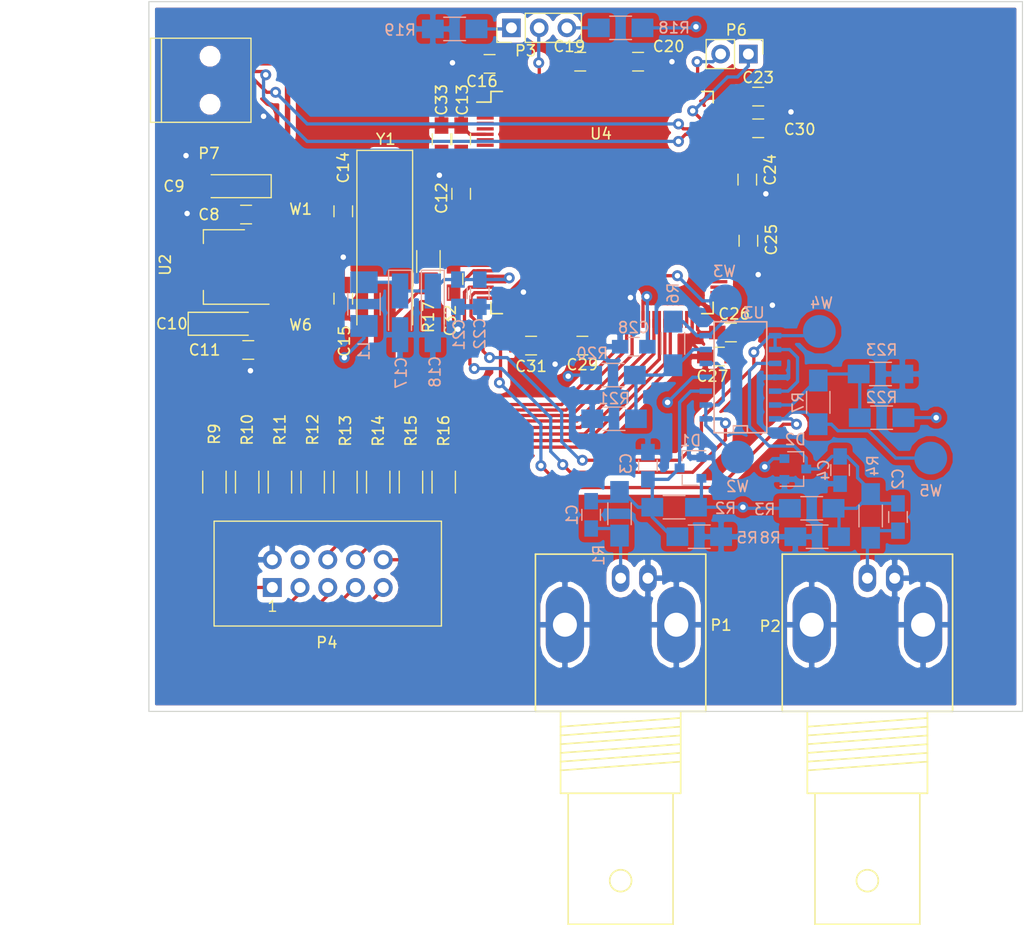
<source format=kicad_pcb>
(kicad_pcb (version 4) (host pcbnew 4.0.5)
  (layers (0 F.Cu signal) (31 B.Cu signal hide) (34 B.Paste user) (35 F.Paste user) (36 B.SilkS user) (37 F.SilkS user) (38 B.Mask user) (39 F.Mask user) (44 Edge.Cuts user))
  (net 0 "")
  (net 1 GND)
  (net 2 +5V)
  (net 3 VinA+)
  (net 4 VinC+)
  (net 5 VBAT)
  (net 6 VDDA)
  (net 7 OSC_IN)
  (net 8 "Net-(P3-Pad3)")
  (net 9 OSC_OUT)
  (net 10 BOOT0)
  (net 11 ULPI_STP)
  (net 12 ULPI_NXT)
  (net 13 ULPI_CK)
  (net 14 ULPI_D1)
  (net 15 ULPI_D2)
  (net 16 ULPI_D3)
  (net 17 ULPI_D4)
  (net 18 ULPI_D5)
  (net 19 ULPI_D6)
  (net 20 ULPI_D7)
  (net 21 "Net-(P3-Pad1)")
  (net 22 Logic_ch0)
  (net 23 Logic_ch1)
  (net 24 Logic_ch2)
  (net 25 Logic_ch3)
  (net 26 Logic_ch4)
  (net 27 Logic_ch5)
  (net 28 Logic_ch6)
  (net 29 Logic_ch7)
  (net 30 SWDIO)
  (net 31 SWCLK)
  (net 32 USB_FS_DM)
  (net 33 USB_FS_DP)
  (net 34 ADC_ch1)
  (net 35 "Net-(C15-Pad1)")
  (net 36 "Net-(P4-Pad1)")
  (net 37 "Net-(P4-Pad3)")
  (net 38 "Net-(P4-Pad4)")
  (net 39 "Net-(P4-Pad5)")
  (net 40 "Net-(P4-Pad6)")
  (net 41 "Net-(P4-Pad7)")
  (net 42 "Net-(P4-Pad8)")
  (net 43 "Net-(P7-Pad4)")
  (net 44 "Net-(U4-Pad1)")
  (net 45 "Net-(U4-Pad2)")
  (net 46 "Net-(U4-Pad3)")
  (net 47 "Net-(U4-Pad4)")
  (net 48 "Net-(U4-Pad5)")
  (net 49 "Net-(U4-Pad7)")
  (net 50 "Net-(U4-Pad8)")
  (net 51 "Net-(U4-Pad9)")
  (net 52 "Net-(U4-Pad10)")
  (net 53 "Net-(U4-Pad11)")
  (net 54 "Net-(U4-Pad12)")
  (net 55 "Net-(U4-Pad13)")
  (net 56 "Net-(U4-Pad14)")
  (net 57 "Net-(U4-Pad15)")
  (net 58 "Net-(U4-Pad18)")
  (net 59 "Net-(U4-Pad19)")
  (net 60 "Net-(U4-Pad20)")
  (net 61 "Net-(U4-Pad21)")
  (net 62 "Net-(U4-Pad22)")
  (net 63 "Net-(U4-Pad25)")
  (net 64 "Net-(U4-Pad28)")
  (net 65 "Net-(U4-Pad29)")
  (net 66 "Net-(U4-Pad40)")
  (net 67 "Net-(U4-Pad42)")
  (net 68 "Net-(U4-Pad43)")
  (net 69 "Net-(U4-Pad44)")
  (net 70 "Net-(U4-Pad45)")
  (net 71 "Net-(U4-Pad48)")
  (net 72 "Net-(U4-Pad49)")
  (net 73 "Net-(U4-Pad50)")
  (net 74 "Net-(U4-Pad53)")
  (net 75 "Net-(U4-Pad54)")
  (net 76 "Net-(U4-Pad55)")
  (net 77 "Net-(U4-Pad56)")
  (net 78 "Net-(U4-Pad57)")
  (net 79 "Net-(U4-Pad68)")
  (net 80 "Net-(U4-Pad75)")
  (net 81 "Net-(U4-Pad76)")
  (net 82 "Net-(U4-Pad77)")
  (net 83 "Net-(U4-Pad78)")
  (net 84 "Net-(U4-Pad80)")
  (net 85 "Net-(U4-Pad81)")
  (net 86 "Net-(U4-Pad82)")
  (net 87 "Net-(U4-Pad85)")
  (net 88 "Net-(U4-Pad86)")
  (net 89 "Net-(U4-Pad87)")
  (net 90 "Net-(U4-Pad88)")
  (net 91 "Net-(U4-Pad89)")
  (net 92 "Net-(U4-Pad90)")
  (net 93 "Net-(U4-Pad91)")
  (net 94 "Net-(U4-Pad92)")
  (net 95 "Net-(U4-Pad93)")
  (net 96 "Net-(U4-Pad96)")
  (net 97 "Net-(U4-Pad97)")
  (net 98 "Net-(U4-Pad98)")
  (net 99 "Net-(U4-Pad99)")
  (net 100 "Net-(U4-Pad100)")
  (net 101 "Net-(U4-Pad101)")
  (net 102 "Net-(U4-Pad102)")
  (net 103 "Net-(U4-Pad110)")
  (net 104 "Net-(U4-Pad111)")
  (net 105 "Net-(U4-Pad112)")
  (net 106 "Net-(U4-Pad113)")
  (net 107 "Net-(U4-Pad114)")
  (net 108 "Net-(U4-Pad115)")
  (net 109 "Net-(U4-Pad116)")
  (net 110 "Net-(U4-Pad117)")
  (net 111 "Net-(U4-Pad118)")
  (net 112 "Net-(U4-Pad119)")
  (net 113 "Net-(U4-Pad122)")
  (net 114 "Net-(U4-Pad123)")
  (net 115 "Net-(U4-Pad124)")
  (net 116 "Net-(U4-Pad125)")
  (net 117 "Net-(U4-Pad126)")
  (net 118 "Net-(U4-Pad127)")
  (net 119 "Net-(U4-Pad128)")
  (net 120 "Net-(U4-Pad129)")
  (net 121 "Net-(U4-Pad132)")
  (net 122 "Net-(U4-Pad133)")
  (net 123 "Net-(U4-Pad134)")
  (net 124 "Net-(U4-Pad136)")
  (net 125 "Net-(U4-Pad137)")
  (net 126 "Net-(U4-Pad139)")
  (net 127 "Net-(U4-Pad140)")
  (net 128 "Net-(U4-Pad141)")
  (net 129 "Net-(U4-Pad142)")
  (net 130 "Net-(U4-Pad143)")
  (net 131 "Net-(P4-Pad9)")
  (net 132 "Net-(P4-Pad10)")
  (net 133 "Net-(C1-Pad2)")
  (net 134 "Net-(C2-Pad2)")
  (net 135 "Net-(R20-Pad2)")
  (net 136 "Net-(R22-Pad2)")
  (net 137 ADC_ch3)
  (net 138 ADC_ch4)
  (net 139 ADC_ch2)
  (module Capacitors_SMD:C_0805_HandSoldering (layer B.Cu) (at 72.5 92 270)
    (fp_text reference C1 (at 0 1.75 270) (layer B.SilkS) (effects (justify mirror)))
    (fp_text value C)
    (pad 1 smd rect (at -1.25 0 270) (size 1.5 1.25) (layers B.Cu B.Paste B.Mask) (net 3 VinA+))
    (pad 2 smd rect (at 1.25 0 270) (size 1.5 1.25) (layers B.Cu B.Paste B.Mask) (net 133 "Net-(C1-Pad2)"))
  )
  (module Capacitors_SMD:C_0805_HandSoldering (layer B.Cu) (at 100.6 92.2 270)
    (fp_text reference C2 (at -3.5 0 270) (layer B.SilkS) (effects (justify mirror)))
    (fp_text value C)
    (pad 1 smd rect (at -1.25 0 270) (size 1.5 1.25) (layers B.Cu B.Paste B.Mask) (net 4 VinC+))
    (pad 2 smd rect (at 1.25 0 270) (size 1.5 1.25) (layers B.Cu B.Paste B.Mask) (net 134 "Net-(C2-Pad2)"))
  )
  (module Capacitors_SMD:C_0805_HandSoldering (layer F.Cu) (at 40.9 64.5 180)
    (fp_text reference C8 (at 3.4 0 180) (layer F.SilkS))
    (fp_text value 220nF)
    (pad 1 smd rect (at -1.25 0 180) (size 1.5 1.25) (layers F.Cu F.Paste F.Mask) (net 2 +5V))
    (pad 2 smd rect (at 1.25 0 180) (size 1.5 1.25) (layers F.Cu F.Paste F.Mask) (net 1 GND))
  )
  (module Capacitors_SMD:C_0805_HandSoldering (layer F.Cu) (at 41.1 76.9)
    (fp_text reference C11 (at -4 0) (layer F.SilkS))
    (fp_text value 220nF)
    (pad 1 smd rect (at -1.25 0) (size 1.5 1.25) (layers F.Cu F.Paste F.Mask) (net 5 VBAT))
    (pad 2 smd rect (at 1.25 0) (size 1.5 1.25) (layers F.Cu F.Paste F.Mask) (net 1 GND))
  )
  (module Capacitors_SMD:C_0805_HandSoldering (layer F.Cu) (at 60.6 62.6 90)
    (fp_text reference C12 (at -0.4 -1.8 90) (layer F.SilkS))
    (fp_text value 100nF)
    (pad 1 smd rect (at -1.25 0 90) (size 1.5 1.25) (layers F.Cu F.Paste F.Mask) (net 5 VBAT))
    (pad 2 smd rect (at 1.25 0 90) (size 1.5 1.25) (layers F.Cu F.Paste F.Mask) (net 1 GND))
  )
  (module Capacitors_SMD:C_0805_HandSoldering (layer F.Cu) (at 60.6 57.6 270)
    (fp_text reference C13 (at -3.6 -0.1 270) (layer F.SilkS))
    (fp_text value 100nF)
    (pad 1 smd rect (at -1.25 0 270) (size 1.5 1.25) (layers F.Cu F.Paste F.Mask) (net 5 VBAT))
    (pad 2 smd rect (at 1.25 0 270) (size 1.5 1.25) (layers F.Cu F.Paste F.Mask) (net 1 GND))
  )
  (module Capacitors_SMD:C_0805_HandSoldering (layer F.Cu) (at 49.8 64.2 270)
    (fp_text reference C14 (at -4 0 270) (layer F.SilkS))
    (fp_text value 20pF)
    (pad 1 smd rect (at -1.25 0 270) (size 1.5 1.25) (layers F.Cu F.Paste F.Mask) (net 7 OSC_IN))
    (pad 2 smd rect (at 1.25 0 270) (size 1.5 1.25) (layers F.Cu F.Paste F.Mask) (net 1 GND))
  )
  (module Capacitors_SMD:C_0805_HandSoldering (layer F.Cu) (at 49.8 72.2 90)
    (fp_text reference C15 (at -3.9 0.1 90) (layer F.SilkS))
    (fp_text value 20pF)
    (pad 1 smd rect (at -1.25 0 90) (size 1.5 1.25) (layers F.Cu F.Paste F.Mask) (net 35 "Net-(C15-Pad1)"))
    (pad 2 smd rect (at 1.25 0 90) (size 1.5 1.25) (layers F.Cu F.Paste F.Mask) (net 1 GND))
  )
  (module Capacitors_SMD:C_0805_HandSoldering (layer F.Cu) (at 63.2 50.7 180)
    (fp_text reference C16 (at 0.7 -1.6 180) (layer F.SilkS))
    (fp_text value 100nF)
    (pad 1 smd rect (at -1.25 0 180) (size 1.5 1.25) (layers F.Cu F.Paste F.Mask) (net 5 VBAT))
    (pad 2 smd rect (at 1.25 0 180) (size 1.5 1.25) (layers F.Cu F.Paste F.Mask) (net 1 GND))
  )
  (module Capacitors_Tantalum_SMD:CP_Tantalum_Case-A_EIA-3216-18_Hand (layer B.Cu) (at 55 73.5 270)
    (fp_text reference C17 (at 5.5 -0.1 270) (layer B.SilkS) (effects (justify mirror)))
    (fp_text value 1uF)
    (pad 1 smd rect (at -2 0 270) (size 3.2 1.5) (layers B.Cu B.Paste B.Mask) (net 6 VDDA))
    (pad 2 smd rect (at 2 0 270) (size 3.2 1.5) (layers B.Cu B.Paste B.Mask) (net 1 GND))
  )
  (module Capacitors_Tantalum_SMD:CP_Tantalum_Case-A_EIA-3216-18_Hand (layer B.Cu) (at 58 73.5 270)
    (fp_text reference C18 (at 5.4 -0.2 270) (layer B.SilkS) (effects (justify mirror)))
    (fp_text value 1uF)
    (pad 1 smd rect (at -2 0 270) (size 3.2 1.5) (layers B.Cu B.Paste B.Mask) (net 6 VDDA))
    (pad 2 smd rect (at 2 0 270) (size 3.2 1.5) (layers B.Cu B.Paste B.Mask) (net 1 GND))
  )
  (module Capacitors_SMD:C_0805_HandSoldering (layer F.Cu) (at 71.5 50.5)
    (fp_text reference C19 (at -1 -1.4) (layer F.SilkS))
    (fp_text value 100nF)
    (pad 1 smd rect (at -1.25 0) (size 1.5 1.25) (layers F.Cu F.Paste F.Mask) (net 5 VBAT))
    (pad 2 smd rect (at 1.25 0) (size 1.5 1.25) (layers F.Cu F.Paste F.Mask) (net 1 GND))
  )
  (module Capacitors_SMD:C_0805_HandSoldering (layer F.Cu) (at 76.8 50.5)
    (fp_text reference C20 (at 2.8 -1.4) (layer F.SilkS))
    (fp_text value 100nF)
    (pad 1 smd rect (at -1.25 0) (size 1.5 1.25) (layers F.Cu F.Paste F.Mask) (net 5 VBAT))
    (pad 2 smd rect (at 1.25 0) (size 1.5 1.25) (layers F.Cu F.Paste F.Mask) (net 1 GND))
  )
  (module Capacitors_SMD:C_0805_HandSoldering (layer B.Cu) (at 60.3 71.7 270)
    (fp_text reference C21 (at 3.8 -0.1 270) (layer B.SilkS) (effects (justify mirror)))
    (fp_text value 100nF)
    (pad 1 smd rect (at -1.25 0 270) (size 1.5 1.25) (layers B.Cu B.Paste B.Mask) (net 6 VDDA))
    (pad 2 smd rect (at 1.25 0 270) (size 1.5 1.25) (layers B.Cu B.Paste B.Mask) (net 1 GND))
  )
  (module Capacitors_SMD:C_0805_HandSoldering (layer B.Cu) (at 62.3 71.7 90)
    (fp_text reference C22 (at -3.7 0 90) (layer B.SilkS) (effects (justify mirror)))
    (fp_text value 100nF)
    (pad 1 smd rect (at -1.25 0 90) (size 1.5 1.25) (layers B.Cu B.Paste B.Mask) (net 1 GND))
    (pad 2 smd rect (at 1.25 0 90) (size 1.5 1.25) (layers B.Cu B.Paste B.Mask) (net 6 VDDA))
  )
  (module Capacitors_SMD:C_0805_HandSoldering (layer F.Cu) (at 87.8 53.7)
    (fp_text reference C23 (at 0 -1.75) (layer F.SilkS))
    (fp_text value 100nF)
    (pad 1 smd rect (at -1.25 0) (size 1.5 1.25) (layers F.Cu F.Paste F.Mask) (net 5 VBAT))
    (pad 2 smd rect (at 1.25 0) (size 1.5 1.25) (layers F.Cu F.Paste F.Mask) (net 1 GND))
  )
  (module Capacitors_SMD:C_0805_HandSoldering (layer F.Cu) (at 86.8 61.3 270)
    (fp_text reference C24 (at -0.9 -2.1 270) (layer F.SilkS))
    (fp_text value 100nF)
    (pad 1 smd rect (at -1.25 0 270) (size 1.5 1.25) (layers F.Cu F.Paste F.Mask) (net 5 VBAT))
    (pad 2 smd rect (at 1.25 0 270) (size 1.5 1.25) (layers F.Cu F.Paste F.Mask) (net 1 GND))
  )
  (module Capacitors_SMD:C_0805_HandSoldering (layer F.Cu) (at 86.9 66.9 270)
    (fp_text reference C25 (at -0.1 -2.1 270) (layer F.SilkS))
    (fp_text value 100nF)
    (pad 1 smd rect (at -1.25 0 270) (size 1.5 1.25) (layers F.Cu F.Paste F.Mask) (net 5 VBAT))
    (pad 2 smd rect (at 1.25 0 270) (size 1.5 1.25) (layers F.Cu F.Paste F.Mask) (net 1 GND))
  )
  (module Capacitors_SMD:C_0805_HandSoldering (layer F.Cu) (at 85.3 75.3)
    (fp_text reference C26 (at 0.3 -1.7) (layer F.SilkS))
    (fp_text value 100nF)
    (pad 1 smd rect (at -1.25 0) (size 1.5 1.25) (layers F.Cu F.Paste F.Mask) (net 5 VBAT))
    (pad 2 smd rect (at 1.25 0) (size 1.5 1.25) (layers F.Cu F.Paste F.Mask) (net 1 GND))
  )
  (module Capacitors_SMD:C_0805_HandSoldering (layer F.Cu) (at 84.2 77.5)
    (fp_text reference C27 (at -0.6 1.8) (layer F.SilkS))
    (fp_text value 2.2uF)
    (pad 1 smd rect (at -1.25 0) (size 1.5 1.25) (layers F.Cu F.Paste F.Mask) (net 5 VBAT))
    (pad 2 smd rect (at 1.25 0) (size 1.5 1.25) (layers F.Cu F.Paste F.Mask) (net 1 GND))
  )
  (module Capacitors_SMD:C_0805_HandSoldering (layer B.Cu) (at 76.4 76.6 180)
    (fp_text reference C28 (at 0 1.75 180) (layer B.SilkS) (effects (justify mirror)))
    (fp_text value 100nF)
    (pad 1 smd rect (at -1.25 0 180) (size 1.5 1.25) (layers B.Cu B.Paste B.Mask) (net 5 VBAT))
    (pad 2 smd rect (at 1.25 0 180) (size 1.5 1.25) (layers B.Cu B.Paste B.Mask) (net 1 GND))
  )
  (module Capacitors_SMD:C_0805_HandSoldering (layer F.Cu) (at 71.7 76.5 180)
    (fp_text reference C29 (at 0 -1.75 180) (layer F.SilkS))
    (fp_text value 100nF)
    (pad 1 smd rect (at -1.25 0 180) (size 1.5 1.25) (layers F.Cu F.Paste F.Mask) (net 5 VBAT))
    (pad 2 smd rect (at 1.25 0 180) (size 1.5 1.25) (layers F.Cu F.Paste F.Mask) (net 1 GND))
  )
  (module Capacitors_SMD:C_0805_HandSoldering (layer F.Cu) (at 87.8 56.6)
    (fp_text reference C30 (at 3.8 0.1) (layer F.SilkS))
    (fp_text value 2.2uF)
    (pad 1 smd rect (at -1.25 0) (size 1.5 1.25) (layers F.Cu F.Paste F.Mask) (net 5 VBAT))
    (pad 2 smd rect (at 1.25 0) (size 1.5 1.25) (layers F.Cu F.Paste F.Mask) (net 1 GND))
  )
  (module Capacitors_SMD:C_0805_HandSoldering (layer F.Cu) (at 67 76.5)
    (fp_text reference C31 (at 0 1.9) (layer F.SilkS))
    (fp_text value 100nF)
    (pad 1 smd rect (at -1.25 0) (size 1.5 1.25) (layers F.Cu F.Paste F.Mask) (net 5 VBAT))
    (pad 2 smd rect (at 1.25 0) (size 1.5 1.25) (layers F.Cu F.Paste F.Mask) (net 1 GND))
  )
  (module Capacitors_SMD:C_0805_HandSoldering (layer F.Cu) (at 59.9 70.4 270)
    (fp_text reference C32 (at 3.8 0.3 270) (layer F.SilkS))
    (fp_text value 100nF)
    (pad 1 smd rect (at -1.25 0 270) (size 1.5 1.25) (layers F.Cu F.Paste F.Mask) (net 5 VBAT))
    (pad 2 smd rect (at 1.25 0 270) (size 1.5 1.25) (layers F.Cu F.Paste F.Mask) (net 1 GND))
  )
  (module Capacitors_SMD:C_0805_HandSoldering (layer F.Cu) (at 58.8 57.6 270)
    (fp_text reference C33 (at -3.6 0 270) (layer F.SilkS))
    (fp_text value 1uF)
    (pad 1 smd rect (at -1.25 0 270) (size 1.5 1.25) (layers F.Cu F.Paste F.Mask) (net 5 VBAT))
    (pad 2 smd rect (at 1.25 0 270) (size 1.5 1.25) (layers F.Cu F.Paste F.Mask) (net 1 GND))
  )
  (module TO_SOT_Packages_SMD:SOT-23 (layer B.Cu) (at 81.6 87.7 180)
    (fp_text reference D1 (at 0 2.5 180) (layer B.SilkS) (effects (justify mirror)))
    (fp_text value MMBD7000LT1G)
    (pad 1 smd rect (at -1 0.95 180) (size 0.9 0.8) (layers B.Cu B.Paste B.Mask) (net 1 GND))
    (pad 2 smd rect (at -1 -0.95 180) (size 0.9 0.8) (layers B.Cu B.Paste B.Mask) (net 5 VBAT))
    (pad 3 smd rect (at 1 0 180) (size 0.9 0.8) (layers B.Cu B.Paste B.Mask) (net 3 VinA+))
  )
  (module TO_SOT_Packages_SMD:SOT-23 (layer B.Cu) (at 91.2 87.8)
    (fp_text reference D2 (at 0 -2.7) (layer B.SilkS) (effects (justify mirror)))
    (fp_text value MMBD7000LT1G)
    (pad 1 smd rect (at -1 0.95) (size 0.9 0.8) (layers B.Cu B.Paste B.Mask) (net 1 GND))
    (pad 2 smd rect (at -1 -0.95) (size 0.9 0.8) (layers B.Cu B.Paste B.Mask) (net 5 VBAT))
    (pad 3 smd rect (at 1 0) (size 0.9 0.8) (layers B.Cu B.Paste B.Mask) (net 4 VinC+))
  )
  (module Connectors_TE-Connectivity:BNC_Socket_TYCO-AMP_LargePads (layer F.Cu) (at 75.2 102.8 180)
    (fp_text reference P1 (at -9.2 0.7 180) (layer F.SilkS))
    (fp_text value BNC)
    (pad 2 thru_hole oval (at -5.09778 0.7366 180) (size 3.50012 7.00024) (drill 2.19964) (layers *.Cu *.Mask) (net 1 GND))
    (pad 2 thru_hole oval (at 5.10032 0.7366 180) (size 3.50012 7.00024) (drill 2.19964) (layers *.Cu *.Mask) (net 1 GND))
    (pad 1 thru_hole oval (at 0 5.00126 180) (size 1.6002 2.49936) (drill 1.00076) (layers *.Cu *.Mask) (net 133 "Net-(C1-Pad2)"))
    (pad 2 thru_hole oval (at -2.49936 5.00126 180) (size 1.6002 2.49936) (drill 1.00076) (layers *.Cu *.Mask) (net 1 GND))
  )
  (module Connectors_TE-Connectivity:BNC_Socket_TYCO-AMP_LargePads (layer F.Cu) (at 97.8 102.8 180)
    (fp_text reference P2 (at 8.9 0.6 180) (layer F.SilkS))
    (fp_text value BNC)
    (pad 2 thru_hole oval (at -5.09778 0.7366 180) (size 3.50012 7.00024) (drill 2.19964) (layers *.Cu *.Mask) (net 1 GND))
    (pad 2 thru_hole oval (at 5.10032 0.7366 180) (size 3.50012 7.00024) (drill 2.19964) (layers *.Cu *.Mask) (net 1 GND))
    (pad 1 thru_hole oval (at 0 5.00126 180) (size 1.6002 2.49936) (drill 1.00076) (layers *.Cu *.Mask) (net 134 "Net-(C2-Pad2)"))
    (pad 2 thru_hole oval (at -2.49936 5.00126 180) (size 1.6002 2.49936) (drill 1.00076) (layers *.Cu *.Mask) (net 1 GND))
  )
  (module Pin_Headers:Pin_Header_Straight_1x03_Pitch2.54mm (layer F.Cu) (at 65.2 47.4 90)
    (fp_text reference P3 (at -2.1 1.3 180) (layer F.SilkS))
    (fp_text value CONN_01X03)
    (pad 1 thru_hole rect (at 0 0 90) (size 1.7 1.7) (drill 1) (layers *.Cu *.Mask) (net 21 "Net-(P3-Pad1)"))
    (pad 2 thru_hole oval (at 0 2.54 90) (size 1.7 1.7) (drill 1) (layers *.Cu *.Mask) (net 10 BOOT0))
    (pad 3 thru_hole oval (at 0 5.08 90) (size 1.7 1.7) (drill 1) (layers *.Cu *.Mask) (net 8 "Net-(P3-Pad3)"))
  )
  (module Pin_Headers:Pin_Header_Straight_1x02_Pitch2.54mm (layer F.Cu) (at 86.9 49.8 270)
    (fp_text reference P6 (at -2.2 1.1 360) (layer F.SilkS))
    (fp_text value CONN_01X02)
    (pad 1 thru_hole rect (at 0 0 270) (size 1.7 1.7) (drill 1) (layers *.Cu *.Mask) (net 30 SWDIO))
    (pad 2 thru_hole oval (at 0 2.54 270) (size 1.7 1.7) (drill 1) (layers *.Cu *.Mask) (net 31 SWCLK))
  )
  (module Connectors:USB_Mini-B (layer F.Cu) (at 37.4 52.2)
    (fp_text reference P7 (at 0.1 6.7) (layer F.SilkS))
    (fp_text value USB_OTG)
    (pad 1 smd rect (at 2.8 -1.6) (size 2.3 0.5) (layers F.Cu F.Paste F.Mask) (net 2 +5V))
    (pad 2 smd rect (at 2.8 -0.8) (size 2.3 0.5) (layers F.Cu F.Paste F.Mask) (net 32 USB_FS_DM))
    (pad 3 smd rect (at 2.8 0) (size 2.3 0.5) (layers F.Cu F.Paste F.Mask) (net 33 USB_FS_DP))
    (pad 4 smd rect (at 2.8 0.8) (size 2.3 0.5) (layers F.Cu F.Paste F.Mask) (net 43 "Net-(P7-Pad4)"))
    (pad 5 smd rect (at 2.8 1.6) (size 2.3 0.5) (layers F.Cu F.Paste F.Mask) (net 1 GND))
    (pad 6 smd rect (at 2.7 -4.45) (size 2.5 2) (layers F.Cu F.Paste F.Mask) (net 1 GND))
    (pad 6 smd rect (at -2.8 -4.45) (size 2.5 2) (layers F.Cu F.Paste F.Mask) (net 1 GND))
    (pad 6 smd rect (at 2.7 4.45) (size 2.5 2) (layers F.Cu F.Paste F.Mask) (net 1 GND))
    (pad 6 smd rect (at -2.8 4.45) (size 2.5 2) (layers F.Cu F.Paste F.Mask) (net 1 GND))
    (pad "" np_thru_hole circle (at 0.2 -2.2) (size 0.9 0.9) (drill 0.9) (layers *.Cu *.Mask))
    (pad "" np_thru_hole circle (at 0.2 2.2) (size 0.9 0.9) (drill 0.9) (layers *.Cu *.Mask))
  )
  (module Resistors_SMD:R_1206_HandSoldering (layer B.Cu) (at 75.1 91.9 90)
    (fp_text reference R1 (at -3.8 -1.9 90) (layer B.SilkS) (effects (justify mirror)))
    (fp_text value 820k)
    (pad 1 smd rect (at -2 0 90) (size 2 1.7) (layers B.Cu B.Paste B.Mask) (net 133 "Net-(C1-Pad2)"))
    (pad 2 smd rect (at 2 0 90) (size 2 1.7) (layers B.Cu B.Paste B.Mask) (net 3 VinA+))
  )
  (module Resistors_SMD:R_1206_HandSoldering (layer B.Cu) (at 80.1 91.3 180)
    (fp_text reference R2 (at -4.7 -0.1 180) (layer B.SilkS) (effects (justify mirror)))
    (fp_text value 160k)
    (pad 1 smd rect (at -2 0 180) (size 2 1.7) (layers B.Cu B.Paste B.Mask) (net 5 VBAT))
    (pad 2 smd rect (at 2 0 180) (size 2 1.7) (layers B.Cu B.Paste B.Mask) (net 3 VinA+))
  )
  (module Resistors_SMD:R_1206_HandSoldering (layer B.Cu) (at 92.7 91.4)
    (fp_text reference R3 (at -4.3 0.1) (layer B.SilkS) (effects (justify mirror)))
    (fp_text value 160k)
    (pad 1 smd rect (at -2 0) (size 2 1.7) (layers B.Cu B.Paste B.Mask) (net 5 VBAT))
    (pad 2 smd rect (at 2 0) (size 2 1.7) (layers B.Cu B.Paste B.Mask) (net 4 VinC+))
  )
  (module Resistors_SMD:R_1206_HandSoldering (layer B.Cu) (at 98.1 92.1 90)
    (fp_text reference R4 (at 4.6 0.2 90) (layer B.SilkS) (effects (justify mirror)))
    (fp_text value 820k)
    (pad 1 smd rect (at -2 0 90) (size 2 1.7) (layers B.Cu B.Paste B.Mask) (net 134 "Net-(C2-Pad2)"))
    (pad 2 smd rect (at 2 0 90) (size 2 1.7) (layers B.Cu B.Paste B.Mask) (net 4 VinC+))
  )
  (module Resistors_SMD:R_1206_HandSoldering (layer B.Cu) (at 82.4 94)
    (fp_text reference R5 (at 4.4 0.1) (layer B.SilkS) (effects (justify mirror)))
    (fp_text value 220k)
    (pad 1 smd rect (at -2 0) (size 2 1.7) (layers B.Cu B.Paste B.Mask) (net 3 VinA+))
    (pad 2 smd rect (at 2 0) (size 2 1.7) (layers B.Cu B.Paste B.Mask) (net 1 GND))
  )
  (module Resistors_SMD:R_1206_HandSoldering (layer B.Cu) (at 80 76.3 270)
    (fp_text reference R6 (at -4.6 0 270) (layer B.SilkS) (effects (justify mirror)))
    (fp_text value 6.8k)
    (pad 1 smd rect (at -2 0 270) (size 2 1.7) (layers B.Cu B.Paste B.Mask) (net 137 ADC_ch3))
    (pad 2 smd rect (at 2 0 270) (size 2 1.7) (layers B.Cu B.Paste B.Mask) (net 135 "Net-(R20-Pad2)"))
  )
  (module Resistors_SMD:R_1206_HandSoldering (layer B.Cu) (at 93.3 81.7 270)
    (fp_text reference R7 (at 0 1.85 270) (layer B.SilkS) (effects (justify mirror)))
    (fp_text value 6.8k)
    (pad 1 smd rect (at -2 0 270) (size 2 1.7) (layers B.Cu B.Paste B.Mask) (net 136 "Net-(R22-Pad2)"))
    (pad 2 smd rect (at 2 0 270) (size 2 1.7) (layers B.Cu B.Paste B.Mask) (net 138 ADC_ch4))
  )
  (module Resistors_SMD:R_1206_HandSoldering (layer F.Cu) (at 57.6 68.8 270)
    (fp_text reference R17 (at 5.1 0 270) (layer F.SilkS))
    (fp_text value 220)
    (pad 1 smd rect (at -2 0 270) (size 2 1.7) (layers F.Cu F.Paste F.Mask) (net 9 OSC_OUT))
    (pad 2 smd rect (at 2 0 270) (size 2 1.7) (layers F.Cu F.Paste F.Mask) (net 35 "Net-(C15-Pad1)"))
  )
  (module Resistors_SMD:R_1206_HandSoldering (layer B.Cu) (at 75.2 47.4)
    (fp_text reference R18 (at 4.9 0) (layer B.SilkS) (effects (justify mirror)))
    (fp_text value 10k)
    (pad 1 smd rect (at -2 0) (size 2 1.7) (layers B.Cu B.Paste B.Mask) (net 8 "Net-(P3-Pad3)"))
    (pad 2 smd rect (at 2 0) (size 2 1.7) (layers B.Cu B.Paste B.Mask) (net 5 VBAT))
  )
  (module Resistors_SMD:R_1206_HandSoldering (layer B.Cu) (at 60 47.5 180)
    (fp_text reference R19 (at 5 -0.1 180) (layer B.SilkS) (effects (justify mirror)))
    (fp_text value 510)
    (pad 1 smd rect (at -2 0 180) (size 2 1.7) (layers B.Cu B.Paste B.Mask) (net 21 "Net-(P3-Pad1)"))
    (pad 2 smd rect (at 2 0 180) (size 2 1.7) (layers B.Cu B.Paste B.Mask) (net 1 GND))
  )
  (module TO_SOT_Packages_SMD:SOT-223 (layer F.Cu) (at 38.9 69.3 180)
    (fp_text reference U2 (at 5.4 0.2 270) (layer F.SilkS))
    (fp_text value LM1117-3.3)
    (pad 4 smd rect (at 3.15 0 180) (size 2 3.8) (layers F.Cu F.Paste F.Mask) (net 5 VBAT))
    (pad 2 smd rect (at -3.15 0 180) (size 2 1.5) (layers F.Cu F.Paste F.Mask) (net 5 VBAT))
    (pad 3 smd rect (at -3.15 2.3 180) (size 2 1.5) (layers F.Cu F.Paste F.Mask) (net 2 +5V))
    (pad 1 smd rect (at -3.15 -2.3 180) (size 2 1.5) (layers F.Cu F.Paste F.Mask) (net 1 GND))
  )
  (module SMD_Packages:SOIC-14_N (layer B.Cu) (at 86.3 79.4 90)
    (fp_text reference U3 (at 5.9 1.1 180) (layer B.SilkS) (effects (justify mirror)))
    (fp_text value MCP604)
    (pad 1 smd rect (at -3.81 -3.302 90) (size 0.508 1.143) (layers B.Cu B.Paste B.Mask) (net 34 ADC_ch1))
    (pad 2 smd rect (at -2.54 -3.302 90) (size 0.508 1.143) (layers B.Cu B.Paste B.Mask) (net 34 ADC_ch1))
    (pad 3 smd rect (at -1.27 -3.302 90) (size 0.508 1.143) (layers B.Cu B.Paste B.Mask) (net 3 VinA+))
    (pad 4 smd rect (at 0 -3.302 90) (size 0.508 1.143) (layers B.Cu B.Paste B.Mask) (net 5 VBAT))
    (pad 5 smd rect (at 1.27 -3.302 90) (size 0.508 1.143) (layers B.Cu B.Paste B.Mask) (net 34 ADC_ch1))
    (pad 6 smd rect (at 2.54 -3.302 90) (size 0.508 1.143) (layers B.Cu B.Paste B.Mask) (net 135 "Net-(R20-Pad2)"))
    (pad 7 smd rect (at 3.81 -3.302 90) (size 0.508 1.143) (layers B.Cu B.Paste B.Mask) (net 137 ADC_ch3))
    (pad 8 smd rect (at 3.81 3.048 90) (size 0.508 1.143) (layers B.Cu B.Paste B.Mask) (net 139 ADC_ch2))
    (pad 9 smd rect (at 2.54 3.048 90) (size 0.508 1.143) (layers B.Cu B.Paste B.Mask) (net 139 ADC_ch2))
    (pad 11 smd rect (at 0 3.048 90) (size 0.508 1.143) (layers B.Cu B.Paste B.Mask) (net 1 GND))
    (pad 12 smd rect (at -1.27 3.048 90) (size 0.508 1.143) (layers B.Cu B.Paste B.Mask) (net 139 ADC_ch2))
    (pad 13 smd rect (at -2.54 3.048 90) (size 0.508 1.143) (layers B.Cu B.Paste B.Mask) (net 136 "Net-(R22-Pad2)"))
    (pad 14 smd rect (at -3.81 3.048 90) (size 0.508 1.143) (layers B.Cu B.Paste B.Mask) (net 138 ADC_ch4))
    (pad 10 smd rect (at 1.27 3.048 90) (size 0.508 1.143) (layers B.Cu B.Paste B.Mask) (net 4 VinC+))
  )
  (module Housings_QFP:LQFP-144_20x20mm_Pitch0.5mm (layer F.Cu) (at 73.5 63.4)
    (fp_text reference U4 (at -0.1 -6.3) (layer F.SilkS))
    (fp_text value STM32F429ZI)
    (pad 1 smd rect (at -10.7 -8.75) (size 1.55 0.3) (layers F.Cu F.Paste F.Mask) (net 44 "Net-(U4-Pad1)"))
    (pad 2 smd rect (at -10.7 -8.25) (size 1.55 0.3) (layers F.Cu F.Paste F.Mask) (net 45 "Net-(U4-Pad2)"))
    (pad 3 smd rect (at -10.7 -7.75) (size 1.55 0.3) (layers F.Cu F.Paste F.Mask) (net 46 "Net-(U4-Pad3)"))
    (pad 4 smd rect (at -10.7 -7.25) (size 1.55 0.3) (layers F.Cu F.Paste F.Mask) (net 47 "Net-(U4-Pad4)"))
    (pad 5 smd rect (at -10.7 -6.75) (size 1.55 0.3) (layers F.Cu F.Paste F.Mask) (net 48 "Net-(U4-Pad5)"))
    (pad 6 smd rect (at -10.7 -6.25) (size 1.55 0.3) (layers F.Cu F.Paste F.Mask) (net 5 VBAT))
    (pad 7 smd rect (at -10.7 -5.75) (size 1.55 0.3) (layers F.Cu F.Paste F.Mask) (net 49 "Net-(U4-Pad7)"))
    (pad 8 smd rect (at -10.7 -5.25) (size 1.55 0.3) (layers F.Cu F.Paste F.Mask) (net 50 "Net-(U4-Pad8)"))
    (pad 9 smd rect (at -10.7 -4.75) (size 1.55 0.3) (layers F.Cu F.Paste F.Mask) (net 51 "Net-(U4-Pad9)"))
    (pad 10 smd rect (at -10.7 -4.25) (size 1.55 0.3) (layers F.Cu F.Paste F.Mask) (net 52 "Net-(U4-Pad10)"))
    (pad 11 smd rect (at -10.7 -3.75) (size 1.55 0.3) (layers F.Cu F.Paste F.Mask) (net 53 "Net-(U4-Pad11)"))
    (pad 12 smd rect (at -10.7 -3.25) (size 1.55 0.3) (layers F.Cu F.Paste F.Mask) (net 54 "Net-(U4-Pad12)"))
    (pad 13 smd rect (at -10.7 -2.75) (size 1.55 0.3) (layers F.Cu F.Paste F.Mask) (net 55 "Net-(U4-Pad13)"))
    (pad 14 smd rect (at -10.7 -2.25) (size 1.55 0.3) (layers F.Cu F.Paste F.Mask) (net 56 "Net-(U4-Pad14)"))
    (pad 15 smd rect (at -10.7 -1.75) (size 1.55 0.3) (layers F.Cu F.Paste F.Mask) (net 57 "Net-(U4-Pad15)"))
    (pad 16 smd rect (at -10.7 -1.25) (size 1.55 0.3) (layers F.Cu F.Paste F.Mask) (net 1 GND))
    (pad 17 smd rect (at -10.7 -0.75) (size 1.55 0.3) (layers F.Cu F.Paste F.Mask) (net 5 VBAT))
    (pad 18 smd rect (at -10.7 -0.25) (size 1.55 0.3) (layers F.Cu F.Paste F.Mask) (net 58 "Net-(U4-Pad18)"))
    (pad 19 smd rect (at -10.7 0.25) (size 1.55 0.3) (layers F.Cu F.Paste F.Mask) (net 59 "Net-(U4-Pad19)"))
    (pad 20 smd rect (at -10.7 0.75) (size 1.55 0.3) (layers F.Cu F.Paste F.Mask) (net 60 "Net-(U4-Pad20)"))
    (pad 21 smd rect (at -10.7 1.25) (size 1.55 0.3) (layers F.Cu F.Paste F.Mask) (net 61 "Net-(U4-Pad21)"))
    (pad 22 smd rect (at -10.7 1.75) (size 1.55 0.3) (layers F.Cu F.Paste F.Mask) (net 62 "Net-(U4-Pad22)"))
    (pad 23 smd rect (at -10.7 2.25) (size 1.55 0.3) (layers F.Cu F.Paste F.Mask) (net 7 OSC_IN))
    (pad 24 smd rect (at -10.7 2.75) (size 1.55 0.3) (layers F.Cu F.Paste F.Mask) (net 9 OSC_OUT))
    (pad 25 smd rect (at -10.7 3.25) (size 1.55 0.3) (layers F.Cu F.Paste F.Mask) (net 63 "Net-(U4-Pad25)"))
    (pad 26 smd rect (at -10.7 3.75) (size 1.55 0.3) (layers F.Cu F.Paste F.Mask) (net 11 ULPI_STP))
    (pad 27 smd rect (at -10.7 4.25) (size 1.55 0.3) (layers F.Cu F.Paste F.Mask) (net 12 ULPI_NXT))
    (pad 28 smd rect (at -10.7 4.75) (size 1.55 0.3) (layers F.Cu F.Paste F.Mask) (net 64 "Net-(U4-Pad28)"))
    (pad 29 smd rect (at -10.7 5.25) (size 1.55 0.3) (layers F.Cu F.Paste F.Mask) (net 65 "Net-(U4-Pad29)"))
    (pad 30 smd rect (at -10.7 5.75) (size 1.55 0.3) (layers F.Cu F.Paste F.Mask) (net 5 VBAT))
    (pad 31 smd rect (at -10.7 6.25) (size 1.55 0.3) (layers F.Cu F.Paste F.Mask) (net 1 GND))
    (pad 32 smd rect (at -10.7 6.75) (size 1.55 0.3) (layers F.Cu F.Paste F.Mask) (net 6 VDDA))
    (pad 33 smd rect (at -10.7 7.25) (size 1.55 0.3) (layers F.Cu F.Paste F.Mask) (net 6 VDDA))
    (pad 34 smd rect (at -10.7 7.75) (size 1.55 0.3) (layers F.Cu F.Paste F.Mask) (net 34 ADC_ch1))
    (pad 35 smd rect (at -10.7 8.25) (size 1.55 0.3) (layers F.Cu F.Paste F.Mask) (net 139 ADC_ch2))
    (pad 36 smd rect (at -10.7 8.75) (size 1.55 0.3) (layers F.Cu F.Paste F.Mask) (net 137 ADC_ch3))
    (pad 37 smd rect (at -8.75 10.7 90) (size 1.55 0.3) (layers F.Cu F.Paste F.Mask) (net 138 ADC_ch4))
    (pad 38 smd rect (at -8.25 10.7 90) (size 1.55 0.3) (layers F.Cu F.Paste F.Mask) (net 1 GND))
    (pad 39 smd rect (at -7.75 10.7 90) (size 1.55 0.3) (layers F.Cu F.Paste F.Mask) (net 5 VBAT))
    (pad 40 smd rect (at -7.25 10.7 90) (size 1.55 0.3) (layers F.Cu F.Paste F.Mask) (net 66 "Net-(U4-Pad40)"))
    (pad 41 smd rect (at -6.75 10.7 90) (size 1.55 0.3) (layers F.Cu F.Paste F.Mask) (net 13 ULPI_CK))
    (pad 42 smd rect (at -6.25 10.7 90) (size 1.55 0.3) (layers F.Cu F.Paste F.Mask) (net 67 "Net-(U4-Pad42)"))
    (pad 43 smd rect (at -5.75 10.7 90) (size 1.55 0.3) (layers F.Cu F.Paste F.Mask) (net 68 "Net-(U4-Pad43)"))
    (pad 44 smd rect (at -5.25 10.7 90) (size 1.55 0.3) (layers F.Cu F.Paste F.Mask) (net 69 "Net-(U4-Pad44)"))
    (pad 45 smd rect (at -4.75 10.7 90) (size 1.55 0.3) (layers F.Cu F.Paste F.Mask) (net 70 "Net-(U4-Pad45)"))
    (pad 46 smd rect (at -4.25 10.7 90) (size 1.55 0.3) (layers F.Cu F.Paste F.Mask) (net 14 ULPI_D1))
    (pad 47 smd rect (at -3.75 10.7 90) (size 1.55 0.3) (layers F.Cu F.Paste F.Mask) (net 15 ULPI_D2))
    (pad 48 smd rect (at -3.25 10.7 90) (size 1.55 0.3) (layers F.Cu F.Paste F.Mask) (net 71 "Net-(U4-Pad48)"))
    (pad 49 smd rect (at -2.75 10.7 90) (size 1.55 0.3) (layers F.Cu F.Paste F.Mask) (net 72 "Net-(U4-Pad49)"))
    (pad 50 smd rect (at -2.25 10.7 90) (size 1.55 0.3) (layers F.Cu F.Paste F.Mask) (net 73 "Net-(U4-Pad50)"))
    (pad 51 smd rect (at -1.75 10.7 90) (size 1.55 0.3) (layers F.Cu F.Paste F.Mask) (net 1 GND))
    (pad 52 smd rect (at -1.25 10.7 90) (size 1.55 0.3) (layers F.Cu F.Paste F.Mask) (net 5 VBAT))
    (pad 53 smd rect (at -0.75 10.7 90) (size 1.55 0.3) (layers F.Cu F.Paste F.Mask) (net 74 "Net-(U4-Pad53)"))
    (pad 54 smd rect (at -0.25 10.7 90) (size 1.55 0.3) (layers F.Cu F.Paste F.Mask) (net 75 "Net-(U4-Pad54)"))
    (pad 55 smd rect (at 0.25 10.7 90) (size 1.55 0.3) (layers F.Cu F.Paste F.Mask) (net 76 "Net-(U4-Pad55)"))
    (pad 56 smd rect (at 0.75 10.7 90) (size 1.55 0.3) (layers F.Cu F.Paste F.Mask) (net 77 "Net-(U4-Pad56)"))
    (pad 57 smd rect (at 1.25 10.7 90) (size 1.55 0.3) (layers F.Cu F.Paste F.Mask) (net 78 "Net-(U4-Pad57)"))
    (pad 58 smd rect (at 1.75 10.7 90) (size 1.55 0.3) (layers F.Cu F.Paste F.Mask) (net 22 Logic_ch0))
    (pad 59 smd rect (at 2.25 10.7 90) (size 1.55 0.3) (layers F.Cu F.Paste F.Mask) (net 23 Logic_ch1))
    (pad 60 smd rect (at 2.75 10.7 90) (size 1.55 0.3) (layers F.Cu F.Paste F.Mask) (net 24 Logic_ch2))
    (pad 61 smd rect (at 3.25 10.7 90) (size 1.55 0.3) (layers F.Cu F.Paste F.Mask) (net 1 GND))
    (pad 62 smd rect (at 3.75 10.7 90) (size 1.55 0.3) (layers F.Cu F.Paste F.Mask) (net 5 VBAT))
    (pad 63 smd rect (at 4.25 10.7 90) (size 1.55 0.3) (layers F.Cu F.Paste F.Mask) (net 25 Logic_ch3))
    (pad 64 smd rect (at 4.75 10.7 90) (size 1.55 0.3) (layers F.Cu F.Paste F.Mask) (net 26 Logic_ch4))
    (pad 65 smd rect (at 5.25 10.7 90) (size 1.55 0.3) (layers F.Cu F.Paste F.Mask) (net 27 Logic_ch5))
    (pad 66 smd rect (at 5.75 10.7 90) (size 1.55 0.3) (layers F.Cu F.Paste F.Mask) (net 28 Logic_ch6))
    (pad 67 smd rect (at 6.25 10.7 90) (size 1.55 0.3) (layers F.Cu F.Paste F.Mask) (net 29 Logic_ch7))
    (pad 68 smd rect (at 6.75 10.7 90) (size 1.55 0.3) (layers F.Cu F.Paste F.Mask) (net 79 "Net-(U4-Pad68)"))
    (pad 69 smd rect (at 7.25 10.7 90) (size 1.55 0.3) (layers F.Cu F.Paste F.Mask) (net 16 ULPI_D3))
    (pad 70 smd rect (at 7.75 10.7 90) (size 1.55 0.3) (layers F.Cu F.Paste F.Mask) (net 17 ULPI_D4))
    (pad 71 smd rect (at 8.25 10.7 90) (size 1.55 0.3) (layers F.Cu F.Paste F.Mask) (net 5 VBAT))
    (pad 72 smd rect (at 8.75 10.7 90) (size 1.55 0.3) (layers F.Cu F.Paste F.Mask) (net 5 VBAT))
    (pad 73 smd rect (at 10.7 8.75) (size 1.55 0.3) (layers F.Cu F.Paste F.Mask) (net 18 ULPI_D5))
    (pad 74 smd rect (at 10.7 8.25) (size 1.55 0.3) (layers F.Cu F.Paste F.Mask) (net 19 ULPI_D6))
    (pad 75 smd rect (at 10.7 7.75) (size 1.55 0.3) (layers F.Cu F.Paste F.Mask) (net 80 "Net-(U4-Pad75)"))
    (pad 76 smd rect (at 10.7 7.25) (size 1.55 0.3) (layers F.Cu F.Paste F.Mask) (net 81 "Net-(U4-Pad76)"))
    (pad 77 smd rect (at 10.7 6.75) (size 1.55 0.3) (layers F.Cu F.Paste F.Mask) (net 82 "Net-(U4-Pad77)"))
    (pad 78 smd rect (at 10.7 6.25) (size 1.55 0.3) (layers F.Cu F.Paste F.Mask) (net 83 "Net-(U4-Pad78)"))
    (pad 79 smd rect (at 10.7 5.75) (size 1.55 0.3) (layers F.Cu F.Paste F.Mask))
    (pad 80 smd rect (at 10.7 5.25) (size 1.55 0.3) (layers F.Cu F.Paste F.Mask) (net 84 "Net-(U4-Pad80)"))
    (pad 81 smd rect (at 10.7 4.75) (size 1.55 0.3) (layers F.Cu F.Paste F.Mask) (net 85 "Net-(U4-Pad81)"))
    (pad 82 smd rect (at 10.7 4.25) (size 1.55 0.3) (layers F.Cu F.Paste F.Mask) (net 86 "Net-(U4-Pad82)"))
    (pad 83 smd rect (at 10.7 3.75) (size 1.55 0.3) (layers F.Cu F.Paste F.Mask) (net 1 GND))
    (pad 84 smd rect (at 10.7 3.25) (size 1.55 0.3) (layers F.Cu F.Paste F.Mask) (net 5 VBAT))
    (pad 85 smd rect (at 10.7 2.75) (size 1.55 0.3) (layers F.Cu F.Paste F.Mask) (net 87 "Net-(U4-Pad85)"))
    (pad 86 smd rect (at 10.7 2.25) (size 1.55 0.3) (layers F.Cu F.Paste F.Mask) (net 88 "Net-(U4-Pad86)"))
    (pad 87 smd rect (at 10.7 1.75) (size 1.55 0.3) (layers F.Cu F.Paste F.Mask) (net 89 "Net-(U4-Pad87)"))
    (pad 88 smd rect (at 10.7 1.25) (size 1.55 0.3) (layers F.Cu F.Paste F.Mask) (net 90 "Net-(U4-Pad88)"))
    (pad 89 smd rect (at 10.7 0.75) (size 1.55 0.3) (layers F.Cu F.Paste F.Mask) (net 91 "Net-(U4-Pad89)"))
    (pad 90 smd rect (at 10.7 0.25) (size 1.55 0.3) (layers F.Cu F.Paste F.Mask) (net 92 "Net-(U4-Pad90)"))
    (pad 91 smd rect (at 10.7 -0.25) (size 1.55 0.3) (layers F.Cu F.Paste F.Mask) (net 93 "Net-(U4-Pad91)"))
    (pad 92 smd rect (at 10.7 -0.75) (size 1.55 0.3) (layers F.Cu F.Paste F.Mask) (net 94 "Net-(U4-Pad92)"))
    (pad 93 smd rect (at 10.7 -1.25) (size 1.55 0.3) (layers F.Cu F.Paste F.Mask) (net 95 "Net-(U4-Pad93)"))
    (pad 94 smd rect (at 10.7 -1.75) (size 1.55 0.3) (layers F.Cu F.Paste F.Mask) (net 1 GND))
    (pad 95 smd rect (at 10.7 -2.25) (size 1.55 0.3) (layers F.Cu F.Paste F.Mask) (net 5 VBAT))
    (pad 96 smd rect (at 10.7 -2.75) (size 1.55 0.3) (layers F.Cu F.Paste F.Mask) (net 96 "Net-(U4-Pad96)"))
    (pad 97 smd rect (at 10.7 -3.25) (size 1.55 0.3) (layers F.Cu F.Paste F.Mask) (net 97 "Net-(U4-Pad97)"))
    (pad 98 smd rect (at 10.7 -3.75) (size 1.55 0.3) (layers F.Cu F.Paste F.Mask) (net 98 "Net-(U4-Pad98)"))
    (pad 99 smd rect (at 10.7 -4.25) (size 1.55 0.3) (layers F.Cu F.Paste F.Mask) (net 99 "Net-(U4-Pad99)"))
    (pad 100 smd rect (at 10.7 -4.75) (size 1.55 0.3) (layers F.Cu F.Paste F.Mask) (net 100 "Net-(U4-Pad100)"))
    (pad 101 smd rect (at 10.7 -5.25) (size 1.55 0.3) (layers F.Cu F.Paste F.Mask) (net 101 "Net-(U4-Pad101)"))
    (pad 102 smd rect (at 10.7 -5.75) (size 1.55 0.3) (layers F.Cu F.Paste F.Mask) (net 102 "Net-(U4-Pad102)"))
    (pad 103 smd rect (at 10.7 -6.25) (size 1.55 0.3) (layers F.Cu F.Paste F.Mask) (net 32 USB_FS_DM))
    (pad 104 smd rect (at 10.7 -6.75) (size 1.55 0.3) (layers F.Cu F.Paste F.Mask) (net 33 USB_FS_DP))
    (pad 105 smd rect (at 10.7 -7.25) (size 1.55 0.3) (layers F.Cu F.Paste F.Mask) (net 30 SWDIO))
    (pad 106 smd rect (at 10.7 -7.75) (size 1.55 0.3) (layers F.Cu F.Paste F.Mask) (net 5 VBAT))
    (pad 107 smd rect (at 10.7 -8.25) (size 1.55 0.3) (layers F.Cu F.Paste F.Mask) (net 1 GND))
    (pad 108 smd rect (at 10.7 -8.75) (size 1.55 0.3) (layers F.Cu F.Paste F.Mask) (net 5 VBAT))
    (pad 109 smd rect (at 8.75 -10.7 90) (size 1.55 0.3) (layers F.Cu F.Paste F.Mask) (net 31 SWCLK))
    (pad 110 smd rect (at 8.25 -10.7 90) (size 1.55 0.3) (layers F.Cu F.Paste F.Mask) (net 103 "Net-(U4-Pad110)"))
    (pad 111 smd rect (at 7.75 -10.7 90) (size 1.55 0.3) (layers F.Cu F.Paste F.Mask) (net 104 "Net-(U4-Pad111)"))
    (pad 112 smd rect (at 7.25 -10.7 90) (size 1.55 0.3) (layers F.Cu F.Paste F.Mask) (net 105 "Net-(U4-Pad112)"))
    (pad 113 smd rect (at 6.75 -10.7 90) (size 1.55 0.3) (layers F.Cu F.Paste F.Mask) (net 106 "Net-(U4-Pad113)"))
    (pad 114 smd rect (at 6.25 -10.7 90) (size 1.55 0.3) (layers F.Cu F.Paste F.Mask) (net 107 "Net-(U4-Pad114)"))
    (pad 115 smd rect (at 5.75 -10.7 90) (size 1.55 0.3) (layers F.Cu F.Paste F.Mask) (net 108 "Net-(U4-Pad115)"))
    (pad 116 smd rect (at 5.25 -10.7 90) (size 1.55 0.3) (layers F.Cu F.Paste F.Mask) (net 109 "Net-(U4-Pad116)"))
    (pad 117 smd rect (at 4.75 -10.7 90) (size 1.55 0.3) (layers F.Cu F.Paste F.Mask) (net 110 "Net-(U4-Pad117)"))
    (pad 118 smd rect (at 4.25 -10.7 90) (size 1.55 0.3) (layers F.Cu F.Paste F.Mask) (net 111 "Net-(U4-Pad118)"))
    (pad 119 smd rect (at 3.75 -10.7 90) (size 1.55 0.3) (layers F.Cu F.Paste F.Mask) (net 112 "Net-(U4-Pad119)"))
    (pad 120 smd rect (at 3.25 -10.7 90) (size 1.55 0.3) (layers F.Cu F.Paste F.Mask) (net 1 GND))
    (pad 121 smd rect (at 2.75 -10.7 90) (size 1.55 0.3) (layers F.Cu F.Paste F.Mask) (net 5 VBAT))
    (pad 122 smd rect (at 2.25 -10.7 90) (size 1.55 0.3) (layers F.Cu F.Paste F.Mask) (net 113 "Net-(U4-Pad122)"))
    (pad 123 smd rect (at 1.75 -10.7 90) (size 1.55 0.3) (layers F.Cu F.Paste F.Mask) (net 114 "Net-(U4-Pad123)"))
    (pad 124 smd rect (at 1.25 -10.7 90) (size 1.55 0.3) (layers F.Cu F.Paste F.Mask) (net 115 "Net-(U4-Pad124)"))
    (pad 125 smd rect (at 0.75 -10.7 90) (size 1.55 0.3) (layers F.Cu F.Paste F.Mask) (net 116 "Net-(U4-Pad125)"))
    (pad 126 smd rect (at 0.25 -10.7 90) (size 1.55 0.3) (layers F.Cu F.Paste F.Mask) (net 117 "Net-(U4-Pad126)"))
    (pad 127 smd rect (at -0.25 -10.7 90) (size 1.55 0.3) (layers F.Cu F.Paste F.Mask) (net 118 "Net-(U4-Pad127)"))
    (pad 128 smd rect (at -0.75 -10.7 90) (size 1.55 0.3) (layers F.Cu F.Paste F.Mask) (net 119 "Net-(U4-Pad128)"))
    (pad 129 smd rect (at -1.25 -10.7 90) (size 1.55 0.3) (layers F.Cu F.Paste F.Mask) (net 120 "Net-(U4-Pad129)"))
    (pad 130 smd rect (at -1.75 -10.7 90) (size 1.55 0.3) (layers F.Cu F.Paste F.Mask) (net 1 GND))
    (pad 131 smd rect (at -2.25 -10.7 90) (size 1.55 0.3) (layers F.Cu F.Paste F.Mask) (net 5 VBAT))
    (pad 132 smd rect (at -2.75 -10.7 90) (size 1.55 0.3) (layers F.Cu F.Paste F.Mask) (net 121 "Net-(U4-Pad132)"))
    (pad 133 smd rect (at -3.25 -10.7 90) (size 1.55 0.3) (layers F.Cu F.Paste F.Mask) (net 122 "Net-(U4-Pad133)"))
    (pad 134 smd rect (at -3.75 -10.7 90) (size 1.55 0.3) (layers F.Cu F.Paste F.Mask) (net 123 "Net-(U4-Pad134)"))
    (pad 135 smd rect (at -4.25 -10.7 90) (size 1.55 0.3) (layers F.Cu F.Paste F.Mask) (net 20 ULPI_D7))
    (pad 136 smd rect (at -4.75 -10.7 90) (size 1.55 0.3) (layers F.Cu F.Paste F.Mask) (net 124 "Net-(U4-Pad136)"))
    (pad 137 smd rect (at -5.25 -10.7 90) (size 1.55 0.3) (layers F.Cu F.Paste F.Mask) (net 125 "Net-(U4-Pad137)"))
    (pad 138 smd rect (at -5.75 -10.7 90) (size 1.55 0.3) (layers F.Cu F.Paste F.Mask) (net 10 BOOT0))
    (pad 139 smd rect (at -6.25 -10.7 90) (size 1.55 0.3) (layers F.Cu F.Paste F.Mask) (net 126 "Net-(U4-Pad139)"))
    (pad 140 smd rect (at -6.75 -10.7 90) (size 1.55 0.3) (layers F.Cu F.Paste F.Mask) (net 127 "Net-(U4-Pad140)"))
    (pad 141 smd rect (at -7.25 -10.7 90) (size 1.55 0.3) (layers F.Cu F.Paste F.Mask) (net 128 "Net-(U4-Pad141)"))
    (pad 142 smd rect (at -7.75 -10.7 90) (size 1.55 0.3) (layers F.Cu F.Paste F.Mask) (net 129 "Net-(U4-Pad142)"))
    (pad 143 smd rect (at -8.25 -10.7 90) (size 1.55 0.3) (layers F.Cu F.Paste F.Mask) (net 130 "Net-(U4-Pad143)"))
    (pad 144 smd rect (at -8.75 -10.7 90) (size 1.55 0.3) (layers F.Cu F.Paste F.Mask) (net 5 VBAT))
  )
  (module Crystals:Crystal_SMD_HC49-SD_HandSoldering (layer F.Cu) (at 53.6 68.7 270)
    (fp_text reference Y1 (at -11.1 -0.1 360) (layer F.SilkS))
    (fp_text value Crystal)
    (pad 1 smd rect (at -5.9375 0 270) (size 7.875 2) (layers F.Cu F.Paste F.Mask) (net 7 OSC_IN))
    (pad 2 smd rect (at 5.9375 0 270) (size 7.875 2) (layers F.Cu F.Paste F.Mask) (net 35 "Net-(C15-Pad1)"))
  )
  (module Connectors:IDC_Header_Straight_10pins (layer F.Cu) (at 43.3 98.65)
    (fp_text reference P4 (at 5 5.05) (layer F.SilkS))
    (fp_text value CONN_02X05)
    (fp_text user 1 (at 0.02 1.72) (layer F.SilkS) (effects (font (thickness 0.12))))
    (pad 1 thru_hole rect (at 0 0) (size 1.7272 1.7272) (drill 1.016) (layers *.Cu *.Mask) (net 36 "Net-(P4-Pad1)"))
    (pad 2 thru_hole oval (at 0 -2.54) (size 1.7272 1.7272) (drill 1.016) (layers *.Cu *.Mask) (net 1 GND))
    (pad 3 thru_hole oval (at 2.54 0) (size 1.7272 1.7272) (drill 1.016) (layers *.Cu *.Mask) (net 37 "Net-(P4-Pad3)"))
    (pad 4 thru_hole oval (at 2.54 -2.54) (size 1.7272 1.7272) (drill 1.016) (layers *.Cu *.Mask) (net 38 "Net-(P4-Pad4)"))
    (pad 5 thru_hole oval (at 5.08 0) (size 1.7272 1.7272) (drill 1.016) (layers *.Cu *.Mask) (net 39 "Net-(P4-Pad5)"))
    (pad 6 thru_hole oval (at 5.08 -2.54) (size 1.7272 1.7272) (drill 1.016) (layers *.Cu *.Mask) (net 40 "Net-(P4-Pad6)"))
    (pad 7 thru_hole oval (at 7.62 0) (size 1.7272 1.7272) (drill 1.016) (layers *.Cu *.Mask) (net 41 "Net-(P4-Pad7)"))
    (pad 8 thru_hole oval (at 7.62 -2.54) (size 1.7272 1.7272) (drill 1.016) (layers *.Cu *.Mask) (net 42 "Net-(P4-Pad8)"))
    (pad 9 thru_hole oval (at 10.16 0) (size 1.7272 1.7272) (drill 1.016) (layers *.Cu *.Mask) (net 131 "Net-(P4-Pad9)"))
    (pad 10 thru_hole oval (at 10.16 -2.54) (size 1.7272 1.7272) (drill 1.016) (layers *.Cu *.Mask) (net 132 "Net-(P4-Pad10)"))
  )
  (module Resistors_SMD:R_1206_HandSoldering (layer B.Cu) (at 93.2 94 180)
    (fp_text reference R8 (at 4.3 -0.1 180) (layer B.SilkS) (effects (justify mirror)))
    (fp_text value 220k)
    (pad 1 smd rect (at -2 0 180) (size 2 1.7) (layers B.Cu B.Paste B.Mask) (net 4 VinC+))
    (pad 2 smd rect (at 2 0 180) (size 2 1.7) (layers B.Cu B.Paste B.Mask) (net 1 GND))
  )
  (module Resistors_SMD:R_1206_HandSoldering (layer F.Cu) (at 38 89 90)
    (fp_text reference R9 (at 4.4 0 90) (layer F.SilkS))
    (fp_text value 270)
    (pad 1 smd rect (at -2 0 90) (size 2 1.7) (layers F.Cu F.Paste F.Mask) (net 131 "Net-(P4-Pad9)"))
    (pad 2 smd rect (at 2 0 90) (size 2 1.7) (layers F.Cu F.Paste F.Mask) (net 22 Logic_ch0))
  )
  (module Resistors_SMD:R_1206_HandSoldering (layer F.Cu) (at 41 89 90)
    (fp_text reference R10 (at 4.8 0 90) (layer F.SilkS))
    (fp_text value 270)
    (pad 1 smd rect (at -2 0 90) (size 2 1.7) (layers F.Cu F.Paste F.Mask) (net 41 "Net-(P4-Pad7)"))
    (pad 2 smd rect (at 2 0 90) (size 2 1.7) (layers F.Cu F.Paste F.Mask) (net 23 Logic_ch1))
  )
  (module Resistors_SMD:R_1206_HandSoldering (layer F.Cu) (at 44 89 90)
    (fp_text reference R11 (at 4.8 0 90) (layer F.SilkS))
    (fp_text value 270)
    (pad 1 smd rect (at -2 0 90) (size 2 1.7) (layers F.Cu F.Paste F.Mask) (net 39 "Net-(P4-Pad5)"))
    (pad 2 smd rect (at 2 0 90) (size 2 1.7) (layers F.Cu F.Paste F.Mask) (net 24 Logic_ch2))
  )
  (module Resistors_SMD:R_1206_HandSoldering (layer F.Cu) (at 47 89 90)
    (fp_text reference R12 (at 4.8 0 90) (layer F.SilkS))
    (fp_text value 270)
    (pad 1 smd rect (at -2 0 90) (size 2 1.7) (layers F.Cu F.Paste F.Mask) (net 37 "Net-(P4-Pad3)"))
    (pad 2 smd rect (at 2 0 90) (size 2 1.7) (layers F.Cu F.Paste F.Mask) (net 25 Logic_ch3))
  )
  (module Resistors_SMD:R_1206_HandSoldering (layer F.Cu) (at 50 89 90)
    (fp_text reference R13 (at 4.7 0 90) (layer F.SilkS))
    (fp_text value 270)
    (pad 1 smd rect (at -2 0 90) (size 2 1.7) (layers F.Cu F.Paste F.Mask) (net 36 "Net-(P4-Pad1)"))
    (pad 2 smd rect (at 2 0 90) (size 2 1.7) (layers F.Cu F.Paste F.Mask) (net 26 Logic_ch4))
  )
  (module Resistors_SMD:R_1206_HandSoldering (layer F.Cu) (at 53 89 90)
    (fp_text reference R14 (at 4.7 0 90) (layer F.SilkS))
    (fp_text value 270)
    (pad 1 smd rect (at -2 0 90) (size 2 1.7) (layers F.Cu F.Paste F.Mask) (net 40 "Net-(P4-Pad6)"))
    (pad 2 smd rect (at 2 0 90) (size 2 1.7) (layers F.Cu F.Paste F.Mask) (net 27 Logic_ch5))
  )
  (module Resistors_SMD:R_1206_HandSoldering (layer F.Cu) (at 56 89 90)
    (fp_text reference R15 (at 4.7 0 90) (layer F.SilkS))
    (fp_text value 270)
    (pad 1 smd rect (at -2 0 90) (size 2 1.7) (layers F.Cu F.Paste F.Mask) (net 42 "Net-(P4-Pad8)"))
    (pad 2 smd rect (at 2 0 90) (size 2 1.7) (layers F.Cu F.Paste F.Mask) (net 28 Logic_ch6))
  )
  (module Resistors_SMD:R_1206_HandSoldering (layer F.Cu) (at 59 89 90)
    (fp_text reference R16 (at 4.7 0 90) (layer F.SilkS))
    (fp_text value 270)
    (pad 1 smd rect (at -2 0 90) (size 2 1.7) (layers F.Cu F.Paste F.Mask) (net 132 "Net-(P4-Pad10)"))
    (pad 2 smd rect (at 2 0 90) (size 2 1.7) (layers F.Cu F.Paste F.Mask) (net 29 Logic_ch7))
  )
  (module Capacitors_Tantalum_SMD:CP_Tantalum_Case-A_EIA-3216-18_Hand (layer F.Cu) (at 39.3 61.9 180)
    (fp_text reference C9 (at 5 0 180) (layer F.SilkS))
    (fp_text value 4.7uF)
    (pad 1 smd rect (at -2 0 180) (size 3.2 1.5) (layers F.Cu F.Paste F.Mask) (net 2 +5V))
    (pad 2 smd rect (at 2 0 180) (size 3.2 1.5) (layers F.Cu F.Paste F.Mask) (net 1 GND))
  )
  (module Capacitors_Tantalum_SMD:CP_Tantalum_Case-A_EIA-3216-18_Hand (layer F.Cu) (at 39.5 74.5)
    (fp_text reference C10 (at -5.4 0) (layer F.SilkS))
    (fp_text value 4.7uF)
    (pad 1 smd rect (at -2 0) (size 3.2 1.5) (layers F.Cu F.Paste F.Mask) (net 5 VBAT))
    (pad 2 smd rect (at 2 0) (size 3.2 1.5) (layers F.Cu F.Paste F.Mask) (net 1 GND))
  )
  (module Capacitors_SMD:C_0805_HandSoldering (layer B.Cu) (at 77.7 87.5 90)
    (fp_text reference C3 (at 0.2 -2 90) (layer B.SilkS) (effects (justify mirror)))
    (fp_text value C)
    (pad 1 smd rect (at -1.25 0 90) (size 1.5 1.25) (layers B.Cu B.Paste B.Mask) (net 3 VinA+))
    (pad 2 smd rect (at 1.25 0 90) (size 1.5 1.25) (layers B.Cu B.Paste B.Mask) (net 1 GND))
  )
  (module Capacitors_SMD:C_0805_HandSoldering (layer B.Cu) (at 95.3 87.9 270)
    (fp_text reference C4 (at 0 1.5 270) (layer B.SilkS) (effects (justify mirror)))
    (fp_text value C)
    (pad 1 smd rect (at -1.25 0 270) (size 1.5 1.25) (layers B.Cu B.Paste B.Mask) (net 4 VinC+))
    (pad 2 smd rect (at 1.25 0 270) (size 1.5 1.25) (layers B.Cu B.Paste B.Mask) (net 1 GND))
  )
  (module Resistors_SMD:R_1206_HandSoldering (layer B.Cu) (at 74.5 79.2)
    (fp_text reference R20 (at -1.9 -2) (layer B.SilkS) (effects (justify mirror)))
    (fp_text value 1.5k)
    (pad 1 smd rect (at -2 0) (size 2 1.7) (layers B.Cu B.Paste B.Mask) (net 5 VBAT))
    (pad 2 smd rect (at 2 0) (size 2 1.7) (layers B.Cu B.Paste B.Mask) (net 135 "Net-(R20-Pad2)"))
  )
  (module Resistors_SMD:R_1206_HandSoldering (layer B.Cu) (at 74.6 83.2 180)
    (fp_text reference R21 (at 0 1.85 180) (layer B.SilkS) (effects (justify mirror)))
    (fp_text value 1.5k)
    (pad 1 smd rect (at -2 0 180) (size 2 1.7) (layers B.Cu B.Paste B.Mask) (net 135 "Net-(R20-Pad2)"))
    (pad 2 smd rect (at 2 0 180) (size 2 1.7) (layers B.Cu B.Paste B.Mask) (net 1 GND))
  )
  (module Resistors_SMD:R_1206_HandSoldering (layer B.Cu) (at 99.1 83.1 180)
    (fp_text reference R22 (at 0 1.85 180) (layer B.SilkS) (effects (justify mirror)))
    (fp_text value 1.5k)
    (pad 1 smd rect (at -2 0 180) (size 2 1.7) (layers B.Cu B.Paste B.Mask) (net 5 VBAT))
    (pad 2 smd rect (at 2 0 180) (size 2 1.7) (layers B.Cu B.Paste B.Mask) (net 136 "Net-(R22-Pad2)"))
  )
  (module Resistors_SMD:R_1206_HandSoldering (layer B.Cu) (at 99 79.1)
    (fp_text reference R23 (at 0.1 -2.2) (layer B.SilkS) (effects (justify mirror)))
    (fp_text value 1.5k)
    (pad 1 smd rect (at -2 0) (size 2 1.7) (layers B.Cu B.Paste B.Mask) (net 136 "Net-(R22-Pad2)"))
    (pad 2 smd rect (at 2 0) (size 2 1.7) (layers B.Cu B.Paste B.Mask) (net 1 GND))
  )
  (module Measurement_Points:Measurement_Point_Round-SMD-Pad_Big (layer F.Cu) (at 45.9 67)
    (fp_text reference W1 (at 0 -3) (layer F.SilkS))
    (fp_text value TEST_1P)
    (pad 1 smd circle (at 0 0) (size 3 3) (layers F.Cu F.Mask) (net 2 +5V))
  )
  (module Measurement_Points:Measurement_Point_Round-SMD-Pad_Big (layer B.Cu) (at 85.9 86.7)
    (fp_text reference W2 (at 0 2.7) (layer B.SilkS) (effects (justify mirror)))
    (fp_text value TEST_1P)
    (pad 1 smd circle (at 0 0) (size 3 3) (layers B.Cu B.Mask) (net 34 ADC_ch1))
  )
  (module Measurement_Points:Measurement_Point_Round-SMD-Pad_Big (layer B.Cu) (at 84.8 72.4)
    (fp_text reference W3 (at -0.1 -2.7) (layer B.SilkS) (effects (justify mirror)))
    (fp_text value TEST_1P)
    (pad 1 smd circle (at 0 0) (size 3 3) (layers B.Cu B.Mask) (net 137 ADC_ch3))
  )
  (module Measurement_Points:Measurement_Point_Round-SMD-Pad_Big (layer B.Cu) (at 93.4 75.2)
    (fp_text reference W4 (at 0.2 -2.6) (layer B.SilkS) (effects (justify mirror)))
    (fp_text value TEST_1P)
    (pad 1 smd circle (at 0 0) (size 3 3) (layers B.Cu B.Mask) (net 139 ADC_ch2))
  )
  (module Measurement_Points:Measurement_Point_Round-SMD-Pad_Big (layer B.Cu) (at 103.6 86.8)
    (fp_text reference W5 (at 0 3) (layer B.SilkS) (effects (justify mirror)))
    (fp_text value TEST_1P)
    (pad 1 smd circle (at 0 0) (size 3 3) (layers B.Cu B.Mask) (net 138 ADC_ch4))
  )
  (module Measurement_Points:Measurement_Point_Round-SMD-Pad_Big (layer F.Cu) (at 45.8 71.5)
    (fp_text reference W6 (at 0.1 3.1) (layer F.SilkS))
    (fp_text value TEST_1P)
    (pad 1 smd circle (at 0 0) (size 3 3) (layers F.Cu F.Mask) (net 5 VBAT))
  )
  (module Capacitors_SMD:C_1210_HandSoldering (layer B.Cu) (at 51.7 72.7 270)
    (fp_text reference L1 (at 4.3 0 270) (layer B.SilkS) (effects (justify mirror)))
    (fp_text value BEAD)
    (pad 1 smd rect (at -2 0 270) (size 2 2.5) (layers B.Cu B.Paste B.Mask) (net 6 VDDA))
    (pad 2 smd rect (at 2 0 270) (size 2 2.5) (layers B.Cu B.Paste B.Mask) (net 5 VBAT))
  )
  (gr_line (start 32 45) (end 32 110) (angle 90) (layer Edge.Cuts) (width 0.1))
  (gr_line (start 112 45) (end 32 45) (angle 90) (layer Edge.Cuts) (width 0.1))
  (gr_line (start 112 110) (end 112 45) (angle 90) (layer Edge.Cuts) (width 0.1))
  (gr_line (start 32 110) (end 112 110) (angle 90) (layer Edge.Cuts) (width 0.1))
  (segment (start 41.1 53.8) (end 42.5 55.2) (width 0.3) (layer F.Cu) (net 1))
  (segment (start 42.5 55.2) (end 42.5 55.5) (width 0.3) (layer F.Cu) (net 1))
  (via (at 42.5 55.5) (size 1) (drill 0.5) (layers F.Cu B.Cu) (net 1))
  (segment (start 61.95 50.7) (end 59.9 50.7) (width 0.3) (layer F.Cu) (net 1))
  (via (at 59.8 50.6) (size 1) (drill 0.5) (layers F.Cu B.Cu) (net 1))
  (segment (start 59.9 50.7) (end 59.8 50.6) (width 0.3) (layer F.Cu) (net 1))
  (segment (start 34.6 56.65) (end 34.6 58.3) (width 0.3) (layer F.Cu) (net 1))
  (via (at 35.4 59.1) (size 1) (drill 0.5) (layers F.Cu B.Cu) (net 1))
  (segment (start 34.6 58.3) (end 35.4 59.1) (width 0.3) (layer F.Cu) (net 1))
  (segment (start 68.25 76.5) (end 68.25 77.25) (width 0.3) (layer F.Cu) (net 1))
  (via (at 69.2 78.2) (size 1) (drill 0.5) (layers F.Cu B.Cu) (net 1))
  (segment (start 68.25 77.25) (end 69.2 78.2) (width 0.3) (layer F.Cu) (net 1))
  (segment (start 59.9 71.65) (end 59.9 74.6) (width 0.3) (layer F.Cu) (net 1))
  (via (at 60.3 75) (size 1) (drill 0.5) (layers F.Cu B.Cu) (net 1))
  (segment (start 59.9 74.6) (end 60.3 75) (width 0.3) (layer F.Cu) (net 1))
  (segment (start 65.25 74.1) (end 65.25 72.65) (width 0.3) (layer F.Cu) (net 1))
  (via (at 66.3 71.6) (size 1) (drill 0.5) (layers F.Cu B.Cu) (net 1))
  (segment (start 65.25 72.65) (end 66.3 71.6) (width 0.3) (layer F.Cu) (net 1))
  (segment (start 68.25 76.5) (end 70.45 76.5) (width 0.3) (layer F.Cu) (net 1))
  (segment (start 71.75 74.1) (end 71.75 75.2) (width 0.3) (layer F.Cu) (net 1))
  (segment (start 71.75 75.2) (end 70.45 76.5) (width 0.3) (layer F.Cu) (net 1))
  (segment (start 60.6 61.35) (end 59.05 61.35) (width 0.3) (layer F.Cu) (net 1))
  (via (at 58.6 60.9) (size 1) (drill 0.5) (layers F.Cu B.Cu) (net 1))
  (segment (start 59.05 61.35) (end 58.6 60.9) (width 0.3) (layer F.Cu) (net 1))
  (segment (start 76.75 74.1) (end 76.75 72.75) (width 0.3) (layer F.Cu) (net 1))
  (via (at 76.1 72.1) (size 1) (drill 0.5) (layers F.Cu B.Cu) (net 1))
  (segment (start 76.75 72.75) (end 76.1 72.1) (width 0.3) (layer F.Cu) (net 1))
  (segment (start 86.8 62.55) (end 88.45 62.55) (width 0.3) (layer F.Cu) (net 1))
  (via (at 88.5 62.6) (size 1) (drill 0.5) (layers F.Cu B.Cu) (net 1))
  (segment (start 88.45 62.55) (end 88.5 62.6) (width 0.3) (layer F.Cu) (net 1))
  (segment (start 86.9 68.15) (end 86.9 69.1) (width 0.3) (layer F.Cu) (net 1))
  (via (at 87.8 70) (size 1) (drill 0.5) (layers F.Cu B.Cu) (net 1))
  (segment (start 86.9 69.1) (end 87.8 70) (width 0.3) (layer F.Cu) (net 1))
  (segment (start 62.8 69.65) (end 61.75 69.65) (width 0.3) (layer F.Cu) (net 1))
  (segment (start 61.75 69.65) (end 59.9 71.5) (width 0.3) (layer F.Cu) (net 1))
  (segment (start 59.9 71.5) (end 59.9 71.65) (width 0.3) (layer F.Cu) (net 1))
  (segment (start 62.8 62.15) (end 61.4 62.15) (width 0.3) (layer F.Cu) (net 1))
  (segment (start 61.4 62.15) (end 60.6 61.35) (width 0.3) (layer F.Cu) (net 1))
  (segment (start 60.6 61.35) (end 60.6 58.85) (width 0.3) (layer F.Cu) (net 1))
  (segment (start 58.8 58.85) (end 60.6 58.85) (width 0.3) (layer F.Cu) (net 1))
  (segment (start 85.45 77.5) (end 85.45 77.15) (width 0.3) (layer F.Cu) (net 1))
  (segment (start 85.45 77.15) (end 86.55 76.05) (width 0.3) (layer F.Cu) (net 1))
  (segment (start 86.55 76.05) (end 86.55 75.3) (width 0.3) (layer F.Cu) (net 1))
  (segment (start 86.55 75.3) (end 86.6 75.3) (width 0.3) (layer F.Cu) (net 1))
  (segment (start 86.6 75.3) (end 89.1 72.8) (width 0.3) (layer F.Cu) (net 1))
  (via (at 89.1 72.8) (size 1) (drill 0.5) (layers F.Cu B.Cu) (net 1))
  (segment (start 84.2 61.65) (end 85.9 61.65) (width 0.3) (layer F.Cu) (net 1))
  (segment (start 85.9 61.65) (end 86.8 62.55) (width 0.3) (layer F.Cu) (net 1))
  (segment (start 89.05 53.7) (end 89.4 53.7) (width 0.3) (layer F.Cu) (net 1))
  (segment (start 89.4 53.7) (end 90.8 55.1) (width 0.3) (layer F.Cu) (net 1))
  (via (at 90.8 55.1) (size 1) (drill 0.5) (layers F.Cu B.Cu) (net 1))
  (segment (start 89.05 56.6) (end 89.05 53.7) (width 0.3) (layer F.Cu) (net 1))
  (segment (start 84.2 55.15) (end 88.35 55.15) (width 0.3) (layer F.Cu) (net 1))
  (segment (start 89.05 54.45) (end 89.05 53.7) (width 0.3) (layer F.Cu) (net 1))
  (segment (start 88.35 55.15) (end 89.05 54.45) (width 0.3) (layer F.Cu) (net 1))
  (segment (start 84.2 67.15) (end 85.9 67.15) (width 0.3) (layer F.Cu) (net 1))
  (segment (start 85.9 67.15) (end 86.9 68.15) (width 0.3) (layer F.Cu) (net 1))
  (segment (start 78.05 50.5) (end 79.9 50.5) (width 0.3) (layer F.Cu) (net 1))
  (via (at 79.9 50.5) (size 1) (drill 0.5) (layers F.Cu B.Cu) (net 1))
  (segment (start 71.75 52.7) (end 71.75 54.15) (width 0.3) (layer F.Cu) (net 1))
  (segment (start 76.75 53.85) (end 76.75 52.7) (width 0.3) (layer F.Cu) (net 1))
  (segment (start 76.1 54.5) (end 76.75 53.85) (width 0.3) (layer F.Cu) (net 1))
  (segment (start 72.1 54.5) (end 76.1 54.5) (width 0.3) (layer F.Cu) (net 1))
  (segment (start 71.75 54.15) (end 72.1 54.5) (width 0.3) (layer F.Cu) (net 1))
  (segment (start 76.75 52.7) (end 76.75 51.8) (width 0.3) (layer F.Cu) (net 1))
  (segment (start 76.75 51.8) (end 78.05 50.5) (width 0.3) (layer F.Cu) (net 1))
  (segment (start 71.75 52.7) (end 71.75 51.5) (width 0.3) (layer F.Cu) (net 1))
  (segment (start 71.75 51.5) (end 72.75 50.5) (width 0.3) (layer F.Cu) (net 1))
  (segment (start 49.8 65.45) (end 49.8 68.4) (width 0.3) (layer F.Cu) (net 1))
  (via (at 49.8 68.4) (size 1) (drill 0.5) (layers F.Cu B.Cu) (net 1))
  (segment (start 49.8 68.4) (end 49.8 70.95) (width 0.3) (layer F.Cu) (net 1))
  (segment (start 40.2 53.8) (end 41.1 53.8) (width 0.3) (layer F.Cu) (net 1))
  (segment (start 42.35 76.9) (end 42.35 77.75) (width 0.3) (layer F.Cu) (net 1))
  (via (at 41.3 78.8) (size 1) (drill 0.5) (layers F.Cu B.Cu) (net 1))
  (segment (start 42.35 77.75) (end 41.3 78.8) (width 0.3) (layer F.Cu) (net 1))
  (segment (start 42.35 76.9) (end 42.35 75.35) (width 0.3) (layer F.Cu) (net 1))
  (segment (start 42.35 75.35) (end 41.5 74.5) (width 0.3) (layer F.Cu) (net 1))
  (segment (start 42.05 71.6) (end 42.05 73.95) (width 0.3) (layer F.Cu) (net 1))
  (segment (start 42.05 73.95) (end 41.5 74.5) (width 0.3) (layer F.Cu) (net 1))
  (segment (start 39.65 64.5) (end 35.6 64.5) (width 0.3) (layer F.Cu) (net 1))
  (via (at 35.5 64.4) (size 1) (drill 0.5) (layers F.Cu B.Cu) (net 1))
  (segment (start 35.5 64.4) (end 37.3 62.6) (width 0.3) (layer F.Cu) (net 1))
  (segment (start 35.6 64.5) (end 35.5 64.4) (width 0.3) (layer F.Cu) (net 1))
  (segment (start 37.3 61.9) (end 37.3 62.6) (width 0.3) (layer F.Cu) (net 1))
  (segment (start 42.05 67) (end 45.9 67) (width 0.5) (layer F.Cu) (net 2))
  (segment (start 40.2 50.6) (end 43.6 50.6) (width 0.5) (layer F.Cu) (net 2))
  (segment (start 41.3 60.7) (end 41.3 61.9) (width 0.5) (layer F.Cu) (net 2))
  (segment (start 44.7 57.3) (end 41.3 60.7) (width 0.5) (layer F.Cu) (net 2))
  (segment (start 44.7 51.7) (end 44.7 57.3) (width 0.5) (layer F.Cu) (net 2))
  (segment (start 43.6 50.6) (end 44.7 51.7) (width 0.5) (layer F.Cu) (net 2))
  (segment (start 41.3 61.9) (end 41.3 62.3) (width 0.5) (layer F.Cu) (net 2))
  (segment (start 41.3 62.3) (end 42.15 63.15) (width 0.5) (layer F.Cu) (net 2))
  (segment (start 42.15 63.15) (end 42.15 64.5) (width 0.5) (layer F.Cu) (net 2))
  (segment (start 42.15 64.5) (end 42.15 66.9) (width 0.5) (layer F.Cu) (net 2))
  (segment (start 42.15 66.9) (end 42.05 67) (width 0.5) (layer F.Cu) (net 2))
  (segment (start 80.6 87.7) (end 80.6 81.7) (width 0.3) (layer B.Cu) (net 3))
  (segment (start 81.63 80.67) (end 82.998 80.67) (width 0.3) (layer B.Cu) (net 3))
  (segment (start 80.6 81.7) (end 81.63 80.67) (width 0.3) (layer B.Cu) (net 3))
  (segment (start 72.5 90.75) (end 74.25 90.75) (width 0.3) (layer B.Cu) (net 3))
  (segment (start 74.25 90.75) (end 75.1 89.9) (width 0.3) (layer B.Cu) (net 3))
  (segment (start 77.7 88.75) (end 79.55 88.75) (width 0.3) (layer B.Cu) (net 3))
  (segment (start 79.55 88.75) (end 80.6 87.7) (width 0.3) (layer B.Cu) (net 3))
  (segment (start 80.4 94) (end 79.9 94) (width 0.3) (layer B.Cu) (net 3))
  (segment (start 79.9 94) (end 78.1 92.2) (width 0.3) (layer B.Cu) (net 3))
  (segment (start 78.1 92.2) (end 78.1 91.3) (width 0.3) (layer B.Cu) (net 3))
  (segment (start 78.1 91.3) (end 78.1 89.15) (width 0.3) (layer B.Cu) (net 3))
  (segment (start 78.1 89.15) (end 77.7 88.75) (width 0.3) (layer B.Cu) (net 3))
  (segment (start 75.1 89.9) (end 75.4 89.9) (width 0.3) (layer B.Cu) (net 3))
  (segment (start 75.4 89.9) (end 76.8 91.3) (width 0.3) (layer B.Cu) (net 3))
  (segment (start 76.8 91.3) (end 78.1 91.3) (width 0.3) (layer B.Cu) (net 3))
  (segment (start 92.2 87.8) (end 93.4 87.8) (width 0.3) (layer B.Cu) (net 4))
  (segment (start 94.55 86.65) (end 95.3 86.65) (width 0.3) (layer B.Cu) (net 4))
  (segment (start 93.4 87.8) (end 94.55 86.65) (width 0.3) (layer B.Cu) (net 4))
  (segment (start 98.1 90.1) (end 98.1 89.8) (width 0.3) (layer B.Cu) (net 4))
  (segment (start 98.1 89.8) (end 96.9 88.6) (width 0.3) (layer B.Cu) (net 4))
  (segment (start 96.9 88.6) (end 96.9 87.6) (width 0.3) (layer B.Cu) (net 4))
  (segment (start 96.9 87.6) (end 95.95 86.65) (width 0.3) (layer B.Cu) (net 4))
  (segment (start 95.95 86.65) (end 95.3 86.65) (width 0.3) (layer B.Cu) (net 4))
  (segment (start 92.2 87.8) (end 92.2 86.8) (width 0.3) (layer B.Cu) (net 4))
  (segment (start 87.67 78.13) (end 89.348 78.13) (width 0.3) (layer B.Cu) (net 4))
  (segment (start 87 78.8) (end 87.67 78.13) (width 0.3) (layer B.Cu) (net 4))
  (segment (start 87 83.9) (end 87 78.8) (width 0.3) (layer B.Cu) (net 4))
  (segment (start 88.8 85.7) (end 87 83.9) (width 0.3) (layer B.Cu) (net 4))
  (segment (start 91.1 85.7) (end 88.8 85.7) (width 0.3) (layer B.Cu) (net 4))
  (segment (start 92.2 86.8) (end 91.1 85.7) (width 0.3) (layer B.Cu) (net 4))
  (segment (start 92.2 87.8) (end 92.4 87.8) (width 0.3) (layer B.Cu) (net 4))
  (segment (start 95.2 94) (end 95.2 91.9) (width 0.3) (layer B.Cu) (net 4))
  (segment (start 95.2 91.9) (end 94.7 91.4) (width 0.3) (layer B.Cu) (net 4))
  (segment (start 94.7 91.4) (end 96.8 91.4) (width 0.3) (layer B.Cu) (net 4))
  (segment (start 96.8 91.4) (end 98.1 90.1) (width 0.3) (layer B.Cu) (net 4))
  (segment (start 100.6 90.95) (end 98.95 90.95) (width 0.3) (layer B.Cu) (net 4))
  (segment (start 98.95 90.95) (end 98.1 90.1) (width 0.3) (layer B.Cu) (net 4))
  (via (at 82.1 47.3) (size 1) (drill 0.5) (layers F.Cu B.Cu) (net 5))
  (segment (start 82 47.4) (end 82.1 47.3) (width 0.3) (layer B.Cu) (net 5))
  (segment (start 77.2 47.4) (end 82 47.4) (width 0.3) (layer B.Cu) (net 5))
  (segment (start 81.75 74.1) (end 82.25 74.1) (width 0.3) (layer F.Cu) (net 5))
  (segment (start 72.95 76.5) (end 72.95 76.75) (width 0.3) (layer F.Cu) (net 5))
  (segment (start 72.95 76.75) (end 70.4 79.3) (width 0.3) (layer F.Cu) (net 5))
  (segment (start 70.5 79.2) (end 70.4 79.3) (width 0.3) (layer B.Cu) (net 5))
  (via (at 70.4 79.3) (size 1) (drill 0.5) (layers F.Cu B.Cu) (net 5))
  (segment (start 72.5 79.2) (end 70.5 79.2) (width 0.3) (layer B.Cu) (net 5))
  (segment (start 65.75 74.1) (end 65.75 76.5) (width 0.3) (layer F.Cu) (net 5))
  (segment (start 72.25 74.1) (end 72.25 75.8) (width 0.3) (layer F.Cu) (net 5))
  (segment (start 72.25 75.8) (end 72.95 76.5) (width 0.3) (layer F.Cu) (net 5))
  (segment (start 62.8 57.15) (end 61.4 57.15) (width 0.3) (layer F.Cu) (net 5))
  (segment (start 61.4 57.15) (end 60.6 56.35) (width 0.3) (layer F.Cu) (net 5))
  (segment (start 62.8 69.15) (end 63.95 69.15) (width 0.3) (layer F.Cu) (net 5))
  (segment (start 64.35 62.65) (end 62.8 62.65) (width 0.3) (layer F.Cu) (net 5))
  (segment (start 64.7 63) (end 64.35 62.65) (width 0.3) (layer F.Cu) (net 5))
  (segment (start 64.7 68.4) (end 64.7 63) (width 0.3) (layer F.Cu) (net 5))
  (segment (start 63.95 69.15) (end 64.7 68.4) (width 0.3) (layer F.Cu) (net 5))
  (segment (start 51.7 74.7) (end 51.7 75.8) (width 0.3) (layer B.Cu) (net 5))
  (via (at 49.9 77.6) (size 1) (drill 0.5) (layers F.Cu B.Cu) (net 5))
  (segment (start 51.7 75.8) (end 49.9 77.6) (width 0.3) (layer B.Cu) (net 5))
  (segment (start 77.65 76.6) (end 77.65 72.05) (width 0.3) (layer B.Cu) (net 5))
  (segment (start 77.25 72.35) (end 77.6 72) (width 0.3) (layer F.Cu) (net 5))
  (via (at 77.6 72) (size 1) (drill 0.5) (layers F.Cu B.Cu) (net 5))
  (segment (start 77.25 72.35) (end 77.25 74.1) (width 0.3) (layer F.Cu) (net 5))
  (segment (start 77.65 72.05) (end 77.6 72) (width 0.3) (layer B.Cu) (net 5))
  (segment (start 62.8 69.15) (end 59.9 69.15) (width 0.3) (layer F.Cu) (net 5))
  (segment (start 62.8 62.65) (end 61.55 62.65) (width 0.3) (layer F.Cu) (net 5))
  (segment (start 61.55 62.65) (end 60.6 63.6) (width 0.3) (layer F.Cu) (net 5))
  (segment (start 60.6 63.6) (end 60.6 63.85) (width 0.3) (layer F.Cu) (net 5))
  (segment (start 81.75 74.1) (end 81.75 76.3) (width 0.3) (layer F.Cu) (net 5))
  (segment (start 81.75 76.3) (end 82.95 77.5) (width 0.3) (layer F.Cu) (net 5))
  (segment (start 82.25 74.1) (end 82.25 75.05) (width 0.3) (layer F.Cu) (net 5))
  (segment (start 82.25 75.05) (end 82.5 75.3) (width 0.3) (layer F.Cu) (net 5))
  (segment (start 82.5 75.3) (end 84.05 75.3) (width 0.3) (layer F.Cu) (net 5))
  (segment (start 84.2 61.15) (end 85.7 61.15) (width 0.3) (layer F.Cu) (net 5))
  (segment (start 85.7 61.15) (end 86.8 60.05) (width 0.3) (layer F.Cu) (net 5))
  (segment (start 84.2 54.65) (end 85.6 54.65) (width 0.3) (layer F.Cu) (net 5))
  (segment (start 85.6 54.65) (end 86.55 53.7) (width 0.3) (layer F.Cu) (net 5))
  (segment (start 84.2 66.65) (end 85.9 66.65) (width 0.3) (layer F.Cu) (net 5))
  (segment (start 85.9 66.65) (end 86.9 65.65) (width 0.3) (layer F.Cu) (net 5))
  (segment (start 76.25 52.7) (end 76.25 51.2) (width 0.3) (layer F.Cu) (net 5))
  (segment (start 76.25 51.2) (end 75.55 50.5) (width 0.3) (layer F.Cu) (net 5))
  (segment (start 71.25 52.7) (end 71.25 51.5) (width 0.3) (layer F.Cu) (net 5))
  (segment (start 71.25 51.5) (end 70.25 50.5) (width 0.3) (layer F.Cu) (net 5))
  (segment (start 64.45 50.7) (end 64.45 52.4) (width 0.3) (layer F.Cu) (net 5))
  (segment (start 64.45 52.4) (end 64.75 52.7) (width 0.3) (layer F.Cu) (net 5))
  (segment (start 101.1 83.1) (end 104.1 83.1) (width 0.3) (layer B.Cu) (net 5))
  (via (at 104.1 83.1) (size 1) (drill 0.5) (layers F.Cu B.Cu) (net 5))
  (segment (start 90.2 86.85) (end 89.15 86.85) (width 0.3) (layer B.Cu) (net 5))
  (via (at 88.4 87.6) (size 1) (drill 0.5) (layers F.Cu B.Cu) (net 5))
  (segment (start 89.15 86.85) (end 88.4 87.6) (width 0.3) (layer B.Cu) (net 5))
  (segment (start 82.998 79.4) (end 81.8 79.4) (width 0.3) (layer B.Cu) (net 5))
  (via (at 79.5 81.7) (size 1) (drill 0.5) (layers F.Cu B.Cu) (net 5))
  (segment (start 81.8 79.4) (end 79.5 81.7) (width 0.3) (layer B.Cu) (net 5))
  (segment (start 82.6 88.65) (end 82.6 90.8) (width 0.3) (layer B.Cu) (net 5))
  (segment (start 82.6 90.8) (end 82.1 91.3) (width 0.3) (layer B.Cu) (net 5))
  (segment (start 90.7 91.4) (end 86.5 91.4) (width 0.3) (layer B.Cu) (net 5))
  (via (at 86.4 91.3) (size 1) (drill 0.5) (layers F.Cu B.Cu) (net 5))
  (segment (start 86.4 91.3) (end 82.1 91.3) (width 0.3) (layer B.Cu) (net 5))
  (segment (start 86.5 91.4) (end 86.4 91.3) (width 0.3) (layer B.Cu) (net 5))
  (segment (start 37.5 74.5) (end 37.5 75.3) (width 0.3) (layer F.Cu) (net 5))
  (segment (start 37.5 75.3) (end 39.1 76.9) (width 0.3) (layer F.Cu) (net 5))
  (segment (start 39.1 76.9) (end 39.85 76.9) (width 0.3) (layer F.Cu) (net 5))
  (segment (start 42.05 69.3) (end 35.75 69.3) (width 0.3) (layer F.Cu) (net 5))
  (segment (start 37.5 74.5) (end 37.5 69.5) (width 0.3) (layer F.Cu) (net 5))
  (segment (start 37.3 69.3) (end 35.75 69.3) (width 0.3) (layer F.Cu) (net 5))
  (segment (start 37.5 69.5) (end 37.3 69.3) (width 0.3) (layer F.Cu) (net 5))
  (segment (start 84.2 55.65) (end 85.6 55.65) (width 0.3) (layer F.Cu) (net 5))
  (segment (start 85.6 55.65) (end 86.55 56.6) (width 0.3) (layer F.Cu) (net 5))
  (segment (start 62.3 70.45) (end 64.85 70.45) (width 0.3) (layer B.Cu) (net 6))
  (via (at 65 70.3) (size 1) (drill 0.5) (layers F.Cu B.Cu) (net 6))
  (segment (start 64.85 70.45) (end 65 70.3) (width 0.3) (layer B.Cu) (net 6))
  (segment (start 60.3 70.45) (end 62.3 70.45) (width 0.3) (layer B.Cu) (net 6))
  (segment (start 60.3 70.45) (end 59.05 70.45) (width 0.3) (layer B.Cu) (net 6))
  (segment (start 59.05 70.45) (end 58 71.5) (width 0.3) (layer B.Cu) (net 6))
  (segment (start 55 71.5) (end 58 71.5) (width 0.3) (layer B.Cu) (net 6))
  (segment (start 51.7 70.7) (end 54.2 70.7) (width 0.3) (layer B.Cu) (net 6))
  (segment (start 54.2 70.7) (end 55 71.5) (width 0.3) (layer B.Cu) (net 6))
  (segment (start 62.8 70.65) (end 64.65 70.65) (width 0.3) (layer F.Cu) (net 6))
  (segment (start 64.65 70.65) (end 65 70.3) (width 0.3) (layer F.Cu) (net 6))
  (segment (start 64.85 70.15) (end 65 70.3) (width 0.3) (layer F.Cu) (net 6))
  (segment (start 64.85 70.15) (end 62.8 70.15) (width 0.3) (layer F.Cu) (net 6))
  (segment (start 53.6 62.7625) (end 49.9875 62.7625) (width 0.3) (layer F.Cu) (net 7))
  (segment (start 49.9875 62.7625) (end 49.8 62.95) (width 0.3) (layer F.Cu) (net 7))
  (segment (start 62.8 65.65) (end 59.85 65.65) (width 0.3) (layer F.Cu) (net 7))
  (segment (start 55.2375 64.4) (end 53.6 62.7625) (width 0.3) (layer F.Cu) (net 7))
  (segment (start 58.6 64.4) (end 55.2375 64.4) (width 0.3) (layer F.Cu) (net 7))
  (segment (start 59.85 65.65) (end 58.6 64.4) (width 0.3) (layer F.Cu) (net 7))
  (segment (start 70.28 47.4) (end 73.2 47.4) (width 0.3) (layer B.Cu) (net 8))
  (segment (start 62.8 66.15) (end 58.25 66.15) (width 0.3) (layer F.Cu) (net 9))
  (segment (start 58.25 66.15) (end 57.6 66.8) (width 0.3) (layer F.Cu) (net 9))
  (segment (start 67.7 47.44) (end 67.7 50.6) (width 0.3) (layer B.Cu) (net 10))
  (segment (start 67.75 50.65) (end 67.7 50.6) (width 0.3) (layer F.Cu) (net 10))
  (via (at 67.7 50.6) (size 1) (drill 0.5) (layers F.Cu B.Cu) (net 10))
  (segment (start 67.75 50.65) (end 67.75 52.7) (width 0.3) (layer F.Cu) (net 10))
  (segment (start 67.7 47.44) (end 67.74 47.4) (width 0.3) (layer B.Cu) (net 10))
  (segment (start 67.75 47.41) (end 67.74 47.4) (width 0.3) (layer F.Cu) (net 10))
  (segment (start 62 47.5) (end 65.1 47.5) (width 0.3) (layer B.Cu) (net 21))
  (segment (start 65.1 47.5) (end 65.2 47.4) (width 0.3) (layer B.Cu) (net 21))
  (segment (start 65.1 47.5) (end 65.2 47.4) (width 0.3) (layer F.Cu) (net 21))
  (segment (start 75.25 74.1) (end 75.25 76.45) (width 0.3) (layer F.Cu) (net 22))
  (segment (start 43.1 81.9) (end 38 87) (width 0.3) (layer F.Cu) (net 22))
  (segment (start 69.8 81.9) (end 43.1 81.9) (width 0.3) (layer F.Cu) (net 22))
  (segment (start 75.25 76.45) (end 69.8 81.9) (width 0.3) (layer F.Cu) (net 22))
  (segment (start 75.75 74.1) (end 75.75 76.85) (width 0.3) (layer F.Cu) (net 23))
  (segment (start 45.6 82.4) (end 41 87) (width 0.3) (layer F.Cu) (net 23))
  (segment (start 70.2 82.4) (end 45.6 82.4) (width 0.3) (layer F.Cu) (net 23))
  (segment (start 75.75 76.85) (end 70.2 82.4) (width 0.3) (layer F.Cu) (net 23))
  (segment (start 76.25 74.1) (end 76.25 77.35) (width 0.3) (layer F.Cu) (net 24))
  (segment (start 76.25 77.35) (end 70.7 82.9) (width 0.3) (layer F.Cu) (net 24))
  (segment (start 48.1 82.9) (end 44 87) (width 0.3) (layer F.Cu) (net 24))
  (segment (start 70.7 82.9) (end 48.1 82.9) (width 0.3) (layer F.Cu) (net 24))
  (segment (start 77.75 74.1) (end 77.75 76.85) (width 0.3) (layer F.Cu) (net 25))
  (segment (start 50.6 83.4) (end 47 87) (width 0.3) (layer F.Cu) (net 25))
  (segment (start 71.2 83.4) (end 50.6 83.4) (width 0.3) (layer F.Cu) (net 25))
  (segment (start 77.75 76.85) (end 71.2 83.4) (width 0.3) (layer F.Cu) (net 25))
  (segment (start 78.25 74.1) (end 78.25 77.25) (width 0.3) (layer F.Cu) (net 26))
  (segment (start 78.25 77.25) (end 71.5 84) (width 0.3) (layer F.Cu) (net 26))
  (segment (start 53 84) (end 50 87) (width 0.3) (layer F.Cu) (net 26))
  (segment (start 71.5 84) (end 53 84) (width 0.3) (layer F.Cu) (net 26))
  (segment (start 78.75 74.1) (end 78.75 77.75) (width 0.3) (layer F.Cu) (net 27))
  (segment (start 78.75 77.75) (end 71.9 84.6) (width 0.3) (layer F.Cu) (net 27))
  (segment (start 55.4 84.6) (end 53 87) (width 0.3) (layer F.Cu) (net 27))
  (segment (start 71.9 84.6) (end 55.4 84.6) (width 0.3) (layer F.Cu) (net 27))
  (segment (start 79.25 74.1) (end 79.25 78.15) (width 0.3) (layer F.Cu) (net 28))
  (segment (start 57.8 85.2) (end 56 87) (width 0.3) (layer F.Cu) (net 28))
  (segment (start 72.2 85.2) (end 57.8 85.2) (width 0.3) (layer F.Cu) (net 28))
  (segment (start 79.25 78.15) (end 72.2 85.2) (width 0.3) (layer F.Cu) (net 28))
  (segment (start 79.75 74.1) (end 79.75 78.55) (width 0.3) (layer F.Cu) (net 29))
  (segment (start 60.5 85.8) (end 59 87.3) (width 0.3) (layer F.Cu) (net 29))
  (segment (start 72.5 85.8) (end 60.5 85.8) (width 0.3) (layer F.Cu) (net 29))
  (segment (start 79.75 78.55) (end 72.5 85.8) (width 0.3) (layer F.Cu) (net 29))
  (segment (start 81.8 55) (end 81.9 55) (width 0.3) (layer B.Cu) (net 30))
  (segment (start 82.95 56.15) (end 81.8 55) (width 0.3) (layer F.Cu) (net 30))
  (via (at 81.8 55) (size 1) (drill 0.5) (layers F.Cu B.Cu) (net 30))
  (segment (start 84.2 56.15) (end 82.95 56.15) (width 0.3) (layer F.Cu) (net 30))
  (segment (start 86.9 50.9) (end 86.9 49.8) (width 0.3) (layer B.Cu) (net 30))
  (segment (start 85.9 51.9) (end 86.9 50.9) (width 0.3) (layer B.Cu) (net 30))
  (segment (start 85 51.9) (end 85.9 51.9) (width 0.3) (layer B.Cu) (net 30))
  (segment (start 81.9 55) (end 85 51.9) (width 0.3) (layer B.Cu) (net 30))
  (segment (start 86.9 50) (end 86.9 49.8) (width 0.3) (layer F.Cu) (net 30))
  (segment (start 82.2 50.5) (end 83.66 50.5) (width 0.3) (layer B.Cu) (net 31))
  (segment (start 82.25 50.55) (end 82.2 50.5) (width 0.3) (layer F.Cu) (net 31))
  (via (at 82.2 50.5) (size 1) (drill 0.5) (layers F.Cu B.Cu) (net 31))
  (segment (start 82.25 52.7) (end 82.25 50.55) (width 0.3) (layer F.Cu) (net 31))
  (segment (start 83.66 50.5) (end 84.36 49.8) (width 0.3) (layer B.Cu) (net 31))
  (segment (start 80.5 57.8) (end 46.5 57.8) (width 0.3) (layer B.Cu) (net 32))
  (segment (start 81.15 57.15) (end 80.5 57.8) (width 0.3) (layer F.Cu) (net 32))
  (via (at 80.5 57.8) (size 1) (drill 0.5) (layers F.Cu B.Cu) (net 32))
  (segment (start 84.2 57.15) (end 81.15 57.15) (width 0.3) (layer F.Cu) (net 32))
  (segment (start 42.4 51.4) (end 42.7 51.7) (width 0.3) (layer F.Cu) (net 32))
  (via (at 42.7 51.7) (size 1) (drill 0.5) (layers F.Cu B.Cu) (net 32))
  (segment (start 42.4 51.4) (end 40.2 51.4) (width 0.3) (layer F.Cu) (net 32))
  (segment (start 42.5 51.9) (end 42.7 51.7) (width 0.3) (layer B.Cu) (net 32))
  (segment (start 42.5 53.8) (end 42.5 51.9) (width 0.3) (layer B.Cu) (net 32))
  (segment (start 46.5 57.8) (end 42.5 53.8) (width 0.3) (layer B.Cu) (net 32))
  (segment (start 80.5 56.2) (end 46.5 56.2) (width 0.3) (layer B.Cu) (net 33))
  (segment (start 80.95 56.65) (end 80.5 56.2) (width 0.3) (layer F.Cu) (net 33))
  (via (at 80.5 56.2) (size 1) (drill 0.5) (layers F.Cu B.Cu) (net 33))
  (segment (start 84.2 56.65) (end 80.95 56.65) (width 0.3) (layer F.Cu) (net 33))
  (segment (start 41.7 52.2) (end 42.8 53.3) (width 0.3) (layer F.Cu) (net 33))
  (segment (start 42.8 53.3) (end 43.6 53.3) (width 0.3) (layer F.Cu) (net 33))
  (via (at 43.6 53.3) (size 1) (drill 0.5) (layers F.Cu B.Cu) (net 33))
  (segment (start 41.7 52.2) (end 40.2 52.2) (width 0.3) (layer F.Cu) (net 33))
  (segment (start 46.5 56.2) (end 43.6 53.3) (width 0.3) (layer B.Cu) (net 33))
  (segment (start 82.998 83.21) (end 82.998 83.798) (width 0.3) (layer B.Cu) (net 34))
  (segment (start 82.998 83.798) (end 85.9 86.7) (width 0.3) (layer B.Cu) (net 34))
  (segment (start 62.8 71.15) (end 61.35 71.15) (width 0.3) (layer F.Cu) (net 34))
  (segment (start 69.9 87.3) (end 68.8 86.2) (width 0.3) (layer B.Cu) (net 34))
  (segment (start 68.8 86.2) (end 68.8 83.1) (width 0.3) (layer B.Cu) (net 34))
  (segment (start 68.8 83.1) (end 64.3 78.6) (width 0.3) (layer B.Cu) (net 34))
  (segment (start 64.3 78.6) (end 61.8 78.6) (width 0.3) (layer B.Cu) (net 34))
  (via (at 61.8 78.6) (size 1) (drill 0.5) (layers F.Cu B.Cu) (net 34))
  (segment (start 84.8 85.1) (end 81.8 88.1) (width 0.3) (layer F.Cu) (net 34))
  (segment (start 81.8 88.1) (end 70.6 88.1) (width 0.3) (layer F.Cu) (net 34))
  (segment (start 70.6 88.1) (end 69.9 87.4) (width 0.3) (layer F.Cu) (net 34))
  (via (at 69.9 87.4) (size 1) (drill 0.5) (layers F.Cu B.Cu) (net 34))
  (segment (start 84.41 83.21) (end 82.998 83.21) (width 0.3) (layer B.Cu) (net 34))
  (via (at 84.8 83.6) (size 1) (drill 0.5) (layers F.Cu B.Cu) (net 34))
  (segment (start 84.41 83.21) (end 84.8 83.6) (width 0.3) (layer B.Cu) (net 34))
  (segment (start 84.8 83.6) (end 84.8 85.1) (width 0.3) (layer F.Cu) (net 34))
  (segment (start 69.9 87.4) (end 69.9 87.3) (width 0.3) (layer B.Cu) (net 34))
  (segment (start 61.4 78.2) (end 61.8 78.6) (width 0.3) (layer F.Cu) (net 34))
  (segment (start 61.4 74.7) (end 61.4 78.2) (width 0.3) (layer F.Cu) (net 34))
  (segment (start 60.9 74.2) (end 61.4 74.7) (width 0.3) (layer F.Cu) (net 34))
  (segment (start 60.9 71.6) (end 60.9 74.2) (width 0.3) (layer F.Cu) (net 34))
  (segment (start 61.35 71.15) (end 60.9 71.6) (width 0.3) (layer F.Cu) (net 34))
  (segment (start 82.998 81.94) (end 84.16 81.94) (width 0.3) (layer B.Cu) (net 34))
  (segment (start 84.03 78.13) (end 82.998 78.13) (width 0.3) (layer B.Cu) (net 34))
  (segment (start 84.6 78.7) (end 84.03 78.13) (width 0.3) (layer B.Cu) (net 34))
  (segment (start 84.6 81.5) (end 84.6 78.7) (width 0.3) (layer B.Cu) (net 34))
  (segment (start 84.16 81.94) (end 84.6 81.5) (width 0.3) (layer B.Cu) (net 34))
  (segment (start 82.998 83.21) (end 82.998 81.94) (width 0.3) (layer B.Cu) (net 34))
  (segment (start 57.6 70.8) (end 57.4375 70.8) (width 0.3) (layer F.Cu) (net 35))
  (segment (start 57.4375 70.8) (end 53.6 74.6375) (width 0.3) (layer F.Cu) (net 35))
  (segment (start 58 70.7) (end 57.5375 70.7) (width 0.3) (layer F.Cu) (net 35))
  (segment (start 53.6 74.6375) (end 50.9875 74.6375) (width 0.3) (layer F.Cu) (net 35))
  (segment (start 50.9875 74.6375) (end 49.8 73.45) (width 0.3) (layer F.Cu) (net 35))
  (segment (start 43.3 98.65) (end 41.15 98.65) (width 0.3) (layer F.Cu) (net 36))
  (segment (start 50 92.5) (end 50 91) (width 0.3) (layer F.Cu) (net 36))
  (segment (start 48.5 94) (end 50 92.5) (width 0.3) (layer F.Cu) (net 36))
  (segment (start 42 94) (end 48.5 94) (width 0.3) (layer F.Cu) (net 36))
  (segment (start 40.5 95.5) (end 42 94) (width 0.3) (layer F.Cu) (net 36))
  (segment (start 40.5 98) (end 40.5 95.5) (width 0.3) (layer F.Cu) (net 36))
  (segment (start 41.15 98.65) (end 40.5 98) (width 0.3) (layer F.Cu) (net 36))
  (segment (start 45.84 98.65) (end 45.84 99.16) (width 0.3) (layer F.Cu) (net 37))
  (segment (start 45.84 99.16) (end 44.5 100.5) (width 0.3) (layer F.Cu) (net 37))
  (segment (start 44.5 100.5) (end 40.5 100.5) (width 0.3) (layer F.Cu) (net 37))
  (segment (start 40.5 100.5) (end 39.75 99.75) (width 0.3) (layer F.Cu) (net 37))
  (segment (start 39.75 99.75) (end 39.75 95) (width 0.3) (layer F.Cu) (net 37))
  (segment (start 39.75 95) (end 41.5 93.25) (width 0.3) (layer F.Cu) (net 37))
  (segment (start 41.5 93.25) (end 46.25 93.25) (width 0.3) (layer F.Cu) (net 37))
  (segment (start 46.25 93.25) (end 47 92.5) (width 0.3) (layer F.Cu) (net 37))
  (segment (start 47 92.5) (end 47 91) (width 0.3) (layer F.Cu) (net 37))
  (segment (start 48.38 98.65) (end 48.38 99.37) (width 0.3) (layer F.Cu) (net 39))
  (segment (start 48.38 99.37) (end 46.5 101.25) (width 0.3) (layer F.Cu) (net 39))
  (segment (start 46.5 101.25) (end 40 101.25) (width 0.3) (layer F.Cu) (net 39))
  (segment (start 40 101.25) (end 39 100.25) (width 0.3) (layer F.Cu) (net 39))
  (segment (start 39 100.25) (end 39 94.5) (width 0.3) (layer F.Cu) (net 39))
  (segment (start 39 94.5) (end 41 92.5) (width 0.3) (layer F.Cu) (net 39))
  (segment (start 41 92.5) (end 43.75 92.5) (width 0.3) (layer F.Cu) (net 39))
  (segment (start 43.75 92.5) (end 44 92.25) (width 0.3) (layer F.Cu) (net 39))
  (segment (start 44 92.25) (end 44 91) (width 0.3) (layer F.Cu) (net 39))
  (segment (start 48.38 96.11) (end 48.38 95.62) (width 0.3) (layer F.Cu) (net 40))
  (segment (start 48.38 95.62) (end 50 94) (width 0.3) (layer F.Cu) (net 40))
  (segment (start 50 94) (end 51.5 94) (width 0.3) (layer F.Cu) (net 40))
  (segment (start 51.5 94) (end 53 92.5) (width 0.3) (layer F.Cu) (net 40))
  (segment (start 53 92.5) (end 53 91) (width 0.3) (layer F.Cu) (net 40))
  (segment (start 50.92 98.65) (end 50.85 98.65) (width 0.3) (layer F.Cu) (net 41))
  (segment (start 50.85 98.65) (end 47.5 102) (width 0.3) (layer F.Cu) (net 41))
  (segment (start 47.5 102) (end 39.25 102) (width 0.3) (layer F.Cu) (net 41))
  (segment (start 39.25 102) (end 38.25 101) (width 0.3) (layer F.Cu) (net 41))
  (segment (start 38.25 101) (end 38.25 94) (width 0.3) (layer F.Cu) (net 41))
  (segment (start 38.25 94) (end 41 91.25) (width 0.3) (layer F.Cu) (net 41))
  (segment (start 41 91.25) (end 41 91) (width 0.3) (layer F.Cu) (net 41))
  (segment (start 50.92 96.11) (end 50.92 96.08) (width 0.3) (layer F.Cu) (net 42))
  (segment (start 50.92 96.08) (end 53 94) (width 0.3) (layer F.Cu) (net 42))
  (segment (start 53 94) (end 55 94) (width 0.3) (layer F.Cu) (net 42))
  (segment (start 55 94) (end 56 93) (width 0.3) (layer F.Cu) (net 42))
  (segment (start 56 93) (end 56 91) (width 0.3) (layer F.Cu) (net 42))
  (segment (start 53.46 98.65) (end 53.46 98.79) (width 0.3) (layer F.Cu) (net 131))
  (segment (start 53.46 98.79) (end 49.5 102.75) (width 0.3) (layer F.Cu) (net 131))
  (segment (start 49.5 102.75) (end 38.75 102.75) (width 0.3) (layer F.Cu) (net 131))
  (segment (start 38.75 102.75) (end 37.5 101.5) (width 0.3) (layer F.Cu) (net 131))
  (segment (start 37.5 101.5) (end 37.5 91) (width 0.3) (layer F.Cu) (net 131))
  (segment (start 59 91) (end 59 92) (width 0.3) (layer F.Cu) (net 132))
  (segment (start 59 92) (end 54.89 96.11) (width 0.3) (layer F.Cu) (net 132))
  (segment (start 54.89 96.11) (end 53.46 96.11) (width 0.3) (layer F.Cu) (net 132))
  (segment (start 72.5 93.25) (end 74.45 93.25) (width 0.3) (layer B.Cu) (net 133))
  (segment (start 74.45 93.25) (end 75.1 93.9) (width 0.3) (layer B.Cu) (net 133))
  (segment (start 75.2 97.79874) (end 75.2 94) (width 0.3) (layer B.Cu) (net 133))
  (segment (start 75.2 94) (end 75.1 93.9) (width 0.3) (layer B.Cu) (net 133))
  (segment (start 100.6 93.45) (end 98.75 93.45) (width 0.3) (layer B.Cu) (net 134))
  (segment (start 98.75 93.45) (end 98.1 94.1) (width 0.3) (layer B.Cu) (net 134))
  (segment (start 97.8 97.79874) (end 97.8 94.4) (width 0.3) (layer B.Cu) (net 134))
  (segment (start 97.8 94.4) (end 98.1 94.1) (width 0.3) (layer B.Cu) (net 134))
  (segment (start 76.6 83.2) (end 76.6 79.3) (width 0.3) (layer B.Cu) (net 135))
  (segment (start 76.6 79.3) (end 76.5 79.2) (width 0.3) (layer B.Cu) (net 135))
  (segment (start 76.5 79.2) (end 79.1 79.2) (width 0.3) (layer B.Cu) (net 135))
  (segment (start 79.1 79.2) (end 80 78.3) (width 0.3) (layer B.Cu) (net 135))
  (segment (start 80 78.3) (end 80.4 78.3) (width 0.3) (layer B.Cu) (net 135))
  (segment (start 80.4 78.3) (end 81.84 76.86) (width 0.3) (layer B.Cu) (net 135))
  (segment (start 81.84 76.86) (end 82.998 76.86) (width 0.3) (layer B.Cu) (net 135))
  (segment (start 97.1 83.1) (end 97.1 79.2) (width 0.3) (layer B.Cu) (net 136))
  (segment (start 97.1 79.2) (end 97 79.1) (width 0.3) (layer B.Cu) (net 136))
  (segment (start 97 79.1) (end 93.9 79.1) (width 0.3) (layer B.Cu) (net 136))
  (segment (start 93.9 79.1) (end 93.3 79.7) (width 0.3) (layer B.Cu) (net 136))
  (segment (start 93.3 79.7) (end 93.1 79.7) (width 0.3) (layer B.Cu) (net 136))
  (segment (start 93.1 79.7) (end 90.86 81.94) (width 0.3) (layer B.Cu) (net 136))
  (segment (start 90.86 81.94) (end 89.348 81.94) (width 0.3) (layer B.Cu) (net 136))
  (segment (start 64.7 71.7) (end 64.9 71.7) (width 0.3) (layer F.Cu) (net 137))
  (segment (start 64.25 72.15) (end 64.7 71.7) (width 0.3) (layer F.Cu) (net 137))
  (segment (start 62.8 72.15) (end 64.25 72.15) (width 0.3) (layer F.Cu) (net 137))
  (segment (start 82.7 72.4) (end 80.4 70.1) (width 0.3) (layer B.Cu) (net 137))
  (via (at 80.4 70.1) (size 1) (drill 0.5) (layers F.Cu B.Cu) (net 137))
  (segment (start 82.7 72.4) (end 84.8 72.4) (width 0.3) (layer B.Cu) (net 137))
  (segment (start 66.5 70.1) (end 80.4 70.1) (width 0.3) (layer F.Cu) (net 137))
  (segment (start 64.9 71.7) (end 66.5 70.1) (width 0.3) (layer F.Cu) (net 137))
  (segment (start 82.998 75.59) (end 83.31 75.59) (width 0.3) (layer B.Cu) (net 137))
  (segment (start 83.31 75.59) (end 84.8 74.1) (width 0.3) (layer B.Cu) (net 137))
  (segment (start 84.8 74.1) (end 84.8 72.4) (width 0.3) (layer B.Cu) (net 137))
  (segment (start 80 74.3) (end 80.9 74.3) (width 0.3) (layer B.Cu) (net 137))
  (segment (start 82.19 75.59) (end 82.998 75.59) (width 0.3) (layer B.Cu) (net 137))
  (segment (start 80.9 74.3) (end 82.19 75.59) (width 0.3) (layer B.Cu) (net 137))
  (segment (start 91.3 83.7) (end 90.1 83.7) (width 0.3) (layer F.Cu) (net 138))
  (segment (start 90.81 83.21) (end 91.3 83.7) (width 0.3) (layer B.Cu) (net 138))
  (via (at 91.3 83.7) (size 1) (drill 0.5) (layers F.Cu B.Cu) (net 138))
  (segment (start 89.348 83.21) (end 90.81 83.21) (width 0.3) (layer B.Cu) (net 138))
  (segment (start 90.1 83.7) (end 89.4 84.4) (width 0.3) (layer F.Cu) (net 138))
  (segment (start 64.75 74.1) (end 64.75 75.15) (width 0.3) (layer F.Cu) (net 138))
  (segment (start 64.75 75.15) (end 64.2 75.7) (width 0.3) (layer F.Cu) (net 138))
  (segment (start 64.2 75.7) (end 64.2 79.8) (width 0.3) (layer F.Cu) (net 138))
  (segment (start 64.2 79.8) (end 64.1 79.9) (width 0.3) (layer F.Cu) (net 138))
  (segment (start 67.9 87.5) (end 67.9 83.7) (width 0.3) (layer B.Cu) (net 138))
  (segment (start 89.3 84.4) (end 84.2 89.5) (width 0.3) (layer F.Cu) (net 138))
  (segment (start 84.2 89.5) (end 69.9 89.5) (width 0.3) (layer F.Cu) (net 138))
  (segment (start 69.9 89.5) (end 67.9 87.5) (width 0.3) (layer F.Cu) (net 138))
  (via (at 67.9 87.5) (size 1) (drill 0.5) (layers F.Cu B.Cu) (net 138))
  (segment (start 89.4 84.4) (end 89.3 84.4) (width 0.3) (layer F.Cu) (net 138))
  (via (at 64.1 79.9) (size 1) (drill 0.5) (layers F.Cu B.Cu) (net 138))
  (segment (start 67.9 83.7) (end 64.1 79.9) (width 0.3) (layer B.Cu) (net 138))
  (segment (start 89.348 83.21) (end 90.19 83.21) (width 0.3) (layer B.Cu) (net 138))
  (segment (start 92.2 82.6) (end 93.3 83.7) (width 0.3) (layer B.Cu) (net 138))
  (segment (start 90.8 82.6) (end 92.2 82.6) (width 0.3) (layer B.Cu) (net 138))
  (segment (start 90.19 83.21) (end 90.8 82.6) (width 0.3) (layer B.Cu) (net 138))
  (segment (start 93.3 83.7) (end 94.5 83.7) (width 0.3) (layer B.Cu) (net 138))
  (segment (start 94.5 83.7) (end 95.1 84.3) (width 0.3) (layer B.Cu) (net 138))
  (segment (start 95.1 84.3) (end 97.9 84.3) (width 0.3) (layer B.Cu) (net 138))
  (segment (start 97.9 84.3) (end 100.4 86.8) (width 0.3) (layer B.Cu) (net 138))
  (segment (start 100.4 86.8) (end 103.6 86.8) (width 0.3) (layer B.Cu) (net 138))
  (segment (start 62.8 71.65) (end 61.830002 71.65) (width 0.3) (layer F.Cu) (net 139))
  (segment (start 71.5 87) (end 69.8 85.3) (width 0.3) (layer B.Cu) (net 139))
  (segment (start 69.8 85.3) (end 69.8 82.6) (width 0.3) (layer B.Cu) (net 139))
  (segment (start 69.8 82.6) (end 64.8 77.6) (width 0.3) (layer B.Cu) (net 139))
  (segment (start 64.8 77.6) (end 63.2 77.6) (width 0.3) (layer B.Cu) (net 139))
  (via (at 63.2 77.6) (size 1) (drill 0.5) (layers F.Cu B.Cu) (net 139))
  (via (at 71.7 87) (size 1) (drill 0.5) (layers F.Cu B.Cu) (net 139))
  (segment (start 80.6 87) (end 71.7 87) (width 0.3) (layer F.Cu) (net 139))
  (segment (start 82.6 85) (end 80.6 87) (width 0.3) (layer F.Cu) (net 139))
  (segment (start 82.6 83.2) (end 82.6 85) (width 0.3) (layer F.Cu) (net 139))
  (segment (start 87.4 78.4) (end 82.6 83.2) (width 0.3) (layer F.Cu) (net 139))
  (segment (start 87.4 77.1) (end 87.4 78.4) (width 0.3) (layer F.Cu) (net 139))
  (via (at 87.4 77.1) (size 1) (drill 0.5) (layers F.Cu B.Cu) (net 139))
  (segment (start 87.4 77.1) (end 88.91 75.59) (width 0.3) (layer B.Cu) (net 139))
  (segment (start 71.7 87) (end 71.5 87) (width 0.3) (layer B.Cu) (net 139))
  (segment (start 62.6 77) (end 63.2 77.6) (width 0.3) (layer F.Cu) (net 139))
  (segment (start 62.6 74.9) (end 62.6 77) (width 0.3) (layer F.Cu) (net 139))
  (segment (start 61.5 73.8) (end 62.6 74.9) (width 0.3) (layer F.Cu) (net 139))
  (segment (start 61.5 71.980002) (end 61.5 73.8) (width 0.3) (layer F.Cu) (net 139))
  (segment (start 61.830002 71.65) (end 61.5 71.980002) (width 0.3) (layer F.Cu) (net 139))
  (segment (start 89.348 75.59) (end 88.91 75.59) (width 0.3) (layer B.Cu) (net 139))
  (segment (start 89.348 75.59) (end 93.01 75.59) (width 0.3) (layer B.Cu) (net 139))
  (segment (start 93.01 75.59) (end 93.4 75.2) (width 0.3) (layer B.Cu) (net 139))
  (segment (start 89.348 80.67) (end 90.53 80.67) (width 0.3) (layer B.Cu) (net 139))
  (segment (start 90.66 76.86) (end 89.348 76.86) (width 0.3) (layer B.Cu) (net 139))
  (segment (start 91.4 77.6) (end 90.66 76.86) (width 0.3) (layer B.Cu) (net 139))
  (segment (start 91.4 79.8) (end 91.4 77.6) (width 0.3) (layer B.Cu) (net 139))
  (segment (start 90.53 80.67) (end 91.4 79.8) (width 0.3) (layer B.Cu) (net 139))
  (segment (start 89.348 75.59) (end 89.348 76.86) (width 0.3) (layer B.Cu) (net 139))
  (zone (net 5) (net_name VBAT) (layer F.Cu) (connect_pads (clearance 0.508)) (min_thickness 0.254) (fill yes (arc_segments 16) (thermal_gap 0.508) (thermal_bridge_width 0.508))
    (polygon (pts (xy 32 110) (xy 32 45) (xy 112 45) (xy 112 110)))
  )
  (zone (net 1) (net_name GND) (layer B.Cu) (connect_pads (clearance 0.508)) (min_thickness 0.254) (fill yes (arc_segments 16) (thermal_gap 0.508) (thermal_bridge_width 0.508))
    (polygon (pts (xy 32 110) (xy 32 45) (xy 112 45) (xy 112 110)))
  )
)
</source>
